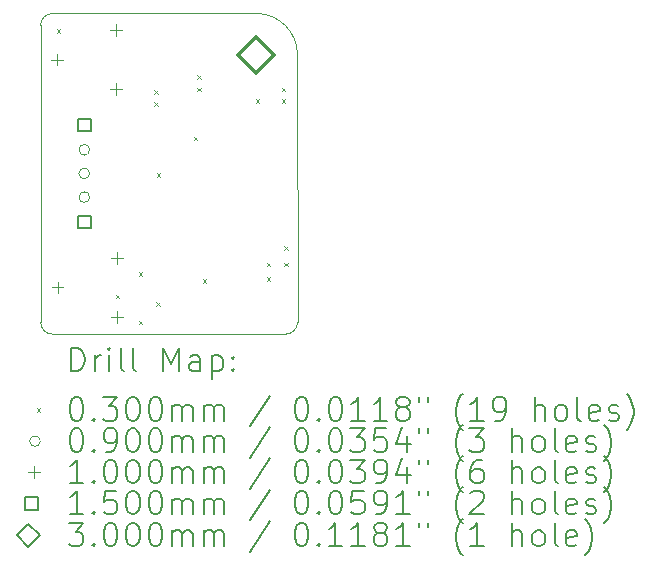
<source format=gbr>
%TF.GenerationSoftware,KiCad,Pcbnew,8.0.1*%
%TF.CreationDate,2024-07-14T02:03:27+08:00*%
%TF.ProjectId,555Sandbox,35353553-616e-4646-926f-782e6b696361,1.0.0*%
%TF.SameCoordinates,Original*%
%TF.FileFunction,Drillmap*%
%TF.FilePolarity,Positive*%
%FSLAX45Y45*%
G04 Gerber Fmt 4.5, Leading zero omitted, Abs format (unit mm)*
G04 Created by KiCad (PCBNEW 8.0.1) date 2024-07-14 02:03:27*
%MOMM*%
%LPD*%
G01*
G04 APERTURE LIST*
%ADD10C,0.050000*%
%ADD11C,0.200000*%
%ADD12C,0.100000*%
%ADD13C,0.150000*%
%ADD14C,0.300000*%
G04 APERTURE END LIST*
D10*
X9320000Y-6690000D02*
G75*
G02*
X9670000Y-7040000I0J-350000D01*
G01*
X9670708Y-9305000D02*
X9670000Y-7040000D01*
X7595708Y-9405000D02*
G75*
G02*
X7495001Y-9305005I0J100710D01*
G01*
X7495000Y-9305005D02*
X7495000Y-6790000D01*
X9670708Y-9305000D02*
G75*
G02*
X9570708Y-9405000I-100000J0D01*
G01*
X9570708Y-9405000D02*
X7595708Y-9405000D01*
X7495000Y-6790000D02*
G75*
G02*
X7595000Y-6690000I100000J0D01*
G01*
X7595000Y-6690000D02*
X9320000Y-6690000D01*
D11*
D12*
X7630000Y-6825000D02*
X7660000Y-6855000D01*
X7660000Y-6825000D02*
X7630000Y-6855000D01*
X8130000Y-9070000D02*
X8160000Y-9100000D01*
X8160000Y-9070000D02*
X8130000Y-9100000D01*
X8325000Y-8880000D02*
X8355000Y-8910000D01*
X8355000Y-8880000D02*
X8325000Y-8910000D01*
X8325000Y-9290000D02*
X8355000Y-9320000D01*
X8355000Y-9290000D02*
X8325000Y-9320000D01*
X8455000Y-7340000D02*
X8485000Y-7370000D01*
X8485000Y-7340000D02*
X8455000Y-7370000D01*
X8455000Y-7440000D02*
X8485000Y-7470000D01*
X8485000Y-7440000D02*
X8455000Y-7470000D01*
X8475000Y-9135000D02*
X8505000Y-9165000D01*
X8505000Y-9135000D02*
X8475000Y-9165000D01*
X8480000Y-8045000D02*
X8510000Y-8075000D01*
X8510000Y-8045000D02*
X8480000Y-8075000D01*
X8790000Y-7735000D02*
X8820000Y-7765000D01*
X8820000Y-7735000D02*
X8790000Y-7765000D01*
X8820000Y-7215000D02*
X8850000Y-7245000D01*
X8850000Y-7215000D02*
X8820000Y-7245000D01*
X8820000Y-7320000D02*
X8850000Y-7350000D01*
X8850000Y-7320000D02*
X8820000Y-7350000D01*
X8867500Y-8940000D02*
X8897500Y-8970000D01*
X8897500Y-8940000D02*
X8867500Y-8970000D01*
X9315000Y-7415000D02*
X9345000Y-7445000D01*
X9345000Y-7415000D02*
X9315000Y-7445000D01*
X9410000Y-8800000D02*
X9440000Y-8830000D01*
X9440000Y-8800000D02*
X9410000Y-8830000D01*
X9410000Y-8925000D02*
X9440000Y-8955000D01*
X9440000Y-8925000D02*
X9410000Y-8955000D01*
X9535000Y-7320000D02*
X9565000Y-7350000D01*
X9565000Y-7320000D02*
X9535000Y-7350000D01*
X9535000Y-7415000D02*
X9565000Y-7445000D01*
X9565000Y-7415000D02*
X9535000Y-7445000D01*
X9560000Y-8660000D02*
X9590000Y-8690000D01*
X9590000Y-8660000D02*
X9560000Y-8690000D01*
X9560000Y-8800000D02*
X9590000Y-8830000D01*
X9590000Y-8800000D02*
X9560000Y-8830000D01*
X7910000Y-7845000D02*
G75*
G02*
X7820000Y-7845000I-45000J0D01*
G01*
X7820000Y-7845000D02*
G75*
G02*
X7910000Y-7845000I45000J0D01*
G01*
X7910000Y-8045000D02*
G75*
G02*
X7820000Y-8045000I-45000J0D01*
G01*
X7820000Y-8045000D02*
G75*
G02*
X7910000Y-8045000I45000J0D01*
G01*
X7910000Y-8245000D02*
G75*
G02*
X7820000Y-8245000I-45000J0D01*
G01*
X7820000Y-8245000D02*
G75*
G02*
X7910000Y-8245000I45000J0D01*
G01*
X7635000Y-7030000D02*
X7635000Y-7130000D01*
X7585000Y-7080000D02*
X7685000Y-7080000D01*
X7639000Y-8960000D02*
X7639000Y-9060000D01*
X7589000Y-9010000D02*
X7689000Y-9010000D01*
X8135000Y-6780000D02*
X8135000Y-6880000D01*
X8085000Y-6830000D02*
X8185000Y-6830000D01*
X8135000Y-7280000D02*
X8135000Y-7380000D01*
X8085000Y-7330000D02*
X8185000Y-7330000D01*
X8139000Y-8710000D02*
X8139000Y-8810000D01*
X8089000Y-8760000D02*
X8189000Y-8760000D01*
X8139000Y-9210000D02*
X8139000Y-9310000D01*
X8089000Y-9260000D02*
X8189000Y-9260000D01*
D13*
X7918033Y-7688033D02*
X7918033Y-7581966D01*
X7811966Y-7581966D01*
X7811966Y-7688033D01*
X7918033Y-7688033D01*
X7918033Y-8508034D02*
X7918033Y-8401967D01*
X7811966Y-8401967D01*
X7811966Y-8508034D01*
X7918033Y-8508034D01*
D14*
X9317500Y-7192500D02*
X9467500Y-7042500D01*
X9317500Y-6892500D01*
X9167500Y-7042500D01*
X9317500Y-7192500D01*
D11*
X7753277Y-9718984D02*
X7753277Y-9518984D01*
X7753277Y-9518984D02*
X7800896Y-9518984D01*
X7800896Y-9518984D02*
X7829467Y-9528508D01*
X7829467Y-9528508D02*
X7848515Y-9547555D01*
X7848515Y-9547555D02*
X7858039Y-9566603D01*
X7858039Y-9566603D02*
X7867562Y-9604698D01*
X7867562Y-9604698D02*
X7867562Y-9633270D01*
X7867562Y-9633270D02*
X7858039Y-9671365D01*
X7858039Y-9671365D02*
X7848515Y-9690412D01*
X7848515Y-9690412D02*
X7829467Y-9709460D01*
X7829467Y-9709460D02*
X7800896Y-9718984D01*
X7800896Y-9718984D02*
X7753277Y-9718984D01*
X7953277Y-9718984D02*
X7953277Y-9585650D01*
X7953277Y-9623746D02*
X7962801Y-9604698D01*
X7962801Y-9604698D02*
X7972324Y-9595174D01*
X7972324Y-9595174D02*
X7991372Y-9585650D01*
X7991372Y-9585650D02*
X8010420Y-9585650D01*
X8077086Y-9718984D02*
X8077086Y-9585650D01*
X8077086Y-9518984D02*
X8067562Y-9528508D01*
X8067562Y-9528508D02*
X8077086Y-9538031D01*
X8077086Y-9538031D02*
X8086610Y-9528508D01*
X8086610Y-9528508D02*
X8077086Y-9518984D01*
X8077086Y-9518984D02*
X8077086Y-9538031D01*
X8200896Y-9718984D02*
X8181848Y-9709460D01*
X8181848Y-9709460D02*
X8172324Y-9690412D01*
X8172324Y-9690412D02*
X8172324Y-9518984D01*
X8305658Y-9718984D02*
X8286610Y-9709460D01*
X8286610Y-9709460D02*
X8277086Y-9690412D01*
X8277086Y-9690412D02*
X8277086Y-9518984D01*
X8534229Y-9718984D02*
X8534229Y-9518984D01*
X8534229Y-9518984D02*
X8600896Y-9661841D01*
X8600896Y-9661841D02*
X8667563Y-9518984D01*
X8667563Y-9518984D02*
X8667563Y-9718984D01*
X8848515Y-9718984D02*
X8848515Y-9614222D01*
X8848515Y-9614222D02*
X8838991Y-9595174D01*
X8838991Y-9595174D02*
X8819944Y-9585650D01*
X8819944Y-9585650D02*
X8781848Y-9585650D01*
X8781848Y-9585650D02*
X8762801Y-9595174D01*
X8848515Y-9709460D02*
X8829467Y-9718984D01*
X8829467Y-9718984D02*
X8781848Y-9718984D01*
X8781848Y-9718984D02*
X8762801Y-9709460D01*
X8762801Y-9709460D02*
X8753277Y-9690412D01*
X8753277Y-9690412D02*
X8753277Y-9671365D01*
X8753277Y-9671365D02*
X8762801Y-9652317D01*
X8762801Y-9652317D02*
X8781848Y-9642793D01*
X8781848Y-9642793D02*
X8829467Y-9642793D01*
X8829467Y-9642793D02*
X8848515Y-9633270D01*
X8943753Y-9585650D02*
X8943753Y-9785650D01*
X8943753Y-9595174D02*
X8962801Y-9585650D01*
X8962801Y-9585650D02*
X9000896Y-9585650D01*
X9000896Y-9585650D02*
X9019944Y-9595174D01*
X9019944Y-9595174D02*
X9029467Y-9604698D01*
X9029467Y-9604698D02*
X9038991Y-9623746D01*
X9038991Y-9623746D02*
X9038991Y-9680889D01*
X9038991Y-9680889D02*
X9029467Y-9699936D01*
X9029467Y-9699936D02*
X9019944Y-9709460D01*
X9019944Y-9709460D02*
X9000896Y-9718984D01*
X9000896Y-9718984D02*
X8962801Y-9718984D01*
X8962801Y-9718984D02*
X8943753Y-9709460D01*
X9124705Y-9699936D02*
X9134229Y-9709460D01*
X9134229Y-9709460D02*
X9124705Y-9718984D01*
X9124705Y-9718984D02*
X9115182Y-9709460D01*
X9115182Y-9709460D02*
X9124705Y-9699936D01*
X9124705Y-9699936D02*
X9124705Y-9718984D01*
X9124705Y-9595174D02*
X9134229Y-9604698D01*
X9134229Y-9604698D02*
X9124705Y-9614222D01*
X9124705Y-9614222D02*
X9115182Y-9604698D01*
X9115182Y-9604698D02*
X9124705Y-9595174D01*
X9124705Y-9595174D02*
X9124705Y-9614222D01*
D12*
X7462500Y-10032500D02*
X7492500Y-10062500D01*
X7492500Y-10032500D02*
X7462500Y-10062500D01*
D11*
X7791372Y-9938984D02*
X7810420Y-9938984D01*
X7810420Y-9938984D02*
X7829467Y-9948508D01*
X7829467Y-9948508D02*
X7838991Y-9958031D01*
X7838991Y-9958031D02*
X7848515Y-9977079D01*
X7848515Y-9977079D02*
X7858039Y-10015174D01*
X7858039Y-10015174D02*
X7858039Y-10062793D01*
X7858039Y-10062793D02*
X7848515Y-10100889D01*
X7848515Y-10100889D02*
X7838991Y-10119936D01*
X7838991Y-10119936D02*
X7829467Y-10129460D01*
X7829467Y-10129460D02*
X7810420Y-10138984D01*
X7810420Y-10138984D02*
X7791372Y-10138984D01*
X7791372Y-10138984D02*
X7772324Y-10129460D01*
X7772324Y-10129460D02*
X7762801Y-10119936D01*
X7762801Y-10119936D02*
X7753277Y-10100889D01*
X7753277Y-10100889D02*
X7743753Y-10062793D01*
X7743753Y-10062793D02*
X7743753Y-10015174D01*
X7743753Y-10015174D02*
X7753277Y-9977079D01*
X7753277Y-9977079D02*
X7762801Y-9958031D01*
X7762801Y-9958031D02*
X7772324Y-9948508D01*
X7772324Y-9948508D02*
X7791372Y-9938984D01*
X7943753Y-10119936D02*
X7953277Y-10129460D01*
X7953277Y-10129460D02*
X7943753Y-10138984D01*
X7943753Y-10138984D02*
X7934229Y-10129460D01*
X7934229Y-10129460D02*
X7943753Y-10119936D01*
X7943753Y-10119936D02*
X7943753Y-10138984D01*
X8019943Y-9938984D02*
X8143753Y-9938984D01*
X8143753Y-9938984D02*
X8077086Y-10015174D01*
X8077086Y-10015174D02*
X8105658Y-10015174D01*
X8105658Y-10015174D02*
X8124705Y-10024698D01*
X8124705Y-10024698D02*
X8134229Y-10034222D01*
X8134229Y-10034222D02*
X8143753Y-10053270D01*
X8143753Y-10053270D02*
X8143753Y-10100889D01*
X8143753Y-10100889D02*
X8134229Y-10119936D01*
X8134229Y-10119936D02*
X8124705Y-10129460D01*
X8124705Y-10129460D02*
X8105658Y-10138984D01*
X8105658Y-10138984D02*
X8048515Y-10138984D01*
X8048515Y-10138984D02*
X8029467Y-10129460D01*
X8029467Y-10129460D02*
X8019943Y-10119936D01*
X8267562Y-9938984D02*
X8286610Y-9938984D01*
X8286610Y-9938984D02*
X8305658Y-9948508D01*
X8305658Y-9948508D02*
X8315182Y-9958031D01*
X8315182Y-9958031D02*
X8324705Y-9977079D01*
X8324705Y-9977079D02*
X8334229Y-10015174D01*
X8334229Y-10015174D02*
X8334229Y-10062793D01*
X8334229Y-10062793D02*
X8324705Y-10100889D01*
X8324705Y-10100889D02*
X8315182Y-10119936D01*
X8315182Y-10119936D02*
X8305658Y-10129460D01*
X8305658Y-10129460D02*
X8286610Y-10138984D01*
X8286610Y-10138984D02*
X8267562Y-10138984D01*
X8267562Y-10138984D02*
X8248515Y-10129460D01*
X8248515Y-10129460D02*
X8238991Y-10119936D01*
X8238991Y-10119936D02*
X8229467Y-10100889D01*
X8229467Y-10100889D02*
X8219943Y-10062793D01*
X8219943Y-10062793D02*
X8219943Y-10015174D01*
X8219943Y-10015174D02*
X8229467Y-9977079D01*
X8229467Y-9977079D02*
X8238991Y-9958031D01*
X8238991Y-9958031D02*
X8248515Y-9948508D01*
X8248515Y-9948508D02*
X8267562Y-9938984D01*
X8458039Y-9938984D02*
X8477086Y-9938984D01*
X8477086Y-9938984D02*
X8496134Y-9948508D01*
X8496134Y-9948508D02*
X8505658Y-9958031D01*
X8505658Y-9958031D02*
X8515182Y-9977079D01*
X8515182Y-9977079D02*
X8524705Y-10015174D01*
X8524705Y-10015174D02*
X8524705Y-10062793D01*
X8524705Y-10062793D02*
X8515182Y-10100889D01*
X8515182Y-10100889D02*
X8505658Y-10119936D01*
X8505658Y-10119936D02*
X8496134Y-10129460D01*
X8496134Y-10129460D02*
X8477086Y-10138984D01*
X8477086Y-10138984D02*
X8458039Y-10138984D01*
X8458039Y-10138984D02*
X8438991Y-10129460D01*
X8438991Y-10129460D02*
X8429467Y-10119936D01*
X8429467Y-10119936D02*
X8419944Y-10100889D01*
X8419944Y-10100889D02*
X8410420Y-10062793D01*
X8410420Y-10062793D02*
X8410420Y-10015174D01*
X8410420Y-10015174D02*
X8419944Y-9977079D01*
X8419944Y-9977079D02*
X8429467Y-9958031D01*
X8429467Y-9958031D02*
X8438991Y-9948508D01*
X8438991Y-9948508D02*
X8458039Y-9938984D01*
X8610420Y-10138984D02*
X8610420Y-10005650D01*
X8610420Y-10024698D02*
X8619944Y-10015174D01*
X8619944Y-10015174D02*
X8638991Y-10005650D01*
X8638991Y-10005650D02*
X8667563Y-10005650D01*
X8667563Y-10005650D02*
X8686610Y-10015174D01*
X8686610Y-10015174D02*
X8696134Y-10034222D01*
X8696134Y-10034222D02*
X8696134Y-10138984D01*
X8696134Y-10034222D02*
X8705658Y-10015174D01*
X8705658Y-10015174D02*
X8724705Y-10005650D01*
X8724705Y-10005650D02*
X8753277Y-10005650D01*
X8753277Y-10005650D02*
X8772325Y-10015174D01*
X8772325Y-10015174D02*
X8781848Y-10034222D01*
X8781848Y-10034222D02*
X8781848Y-10138984D01*
X8877086Y-10138984D02*
X8877086Y-10005650D01*
X8877086Y-10024698D02*
X8886610Y-10015174D01*
X8886610Y-10015174D02*
X8905658Y-10005650D01*
X8905658Y-10005650D02*
X8934229Y-10005650D01*
X8934229Y-10005650D02*
X8953277Y-10015174D01*
X8953277Y-10015174D02*
X8962801Y-10034222D01*
X8962801Y-10034222D02*
X8962801Y-10138984D01*
X8962801Y-10034222D02*
X8972325Y-10015174D01*
X8972325Y-10015174D02*
X8991372Y-10005650D01*
X8991372Y-10005650D02*
X9019944Y-10005650D01*
X9019944Y-10005650D02*
X9038991Y-10015174D01*
X9038991Y-10015174D02*
X9048515Y-10034222D01*
X9048515Y-10034222D02*
X9048515Y-10138984D01*
X9438991Y-9929460D02*
X9267563Y-10186603D01*
X9696134Y-9938984D02*
X9715182Y-9938984D01*
X9715182Y-9938984D02*
X9734229Y-9948508D01*
X9734229Y-9948508D02*
X9743753Y-9958031D01*
X9743753Y-9958031D02*
X9753277Y-9977079D01*
X9753277Y-9977079D02*
X9762801Y-10015174D01*
X9762801Y-10015174D02*
X9762801Y-10062793D01*
X9762801Y-10062793D02*
X9753277Y-10100889D01*
X9753277Y-10100889D02*
X9743753Y-10119936D01*
X9743753Y-10119936D02*
X9734229Y-10129460D01*
X9734229Y-10129460D02*
X9715182Y-10138984D01*
X9715182Y-10138984D02*
X9696134Y-10138984D01*
X9696134Y-10138984D02*
X9677087Y-10129460D01*
X9677087Y-10129460D02*
X9667563Y-10119936D01*
X9667563Y-10119936D02*
X9658039Y-10100889D01*
X9658039Y-10100889D02*
X9648515Y-10062793D01*
X9648515Y-10062793D02*
X9648515Y-10015174D01*
X9648515Y-10015174D02*
X9658039Y-9977079D01*
X9658039Y-9977079D02*
X9667563Y-9958031D01*
X9667563Y-9958031D02*
X9677087Y-9948508D01*
X9677087Y-9948508D02*
X9696134Y-9938984D01*
X9848515Y-10119936D02*
X9858039Y-10129460D01*
X9858039Y-10129460D02*
X9848515Y-10138984D01*
X9848515Y-10138984D02*
X9838991Y-10129460D01*
X9838991Y-10129460D02*
X9848515Y-10119936D01*
X9848515Y-10119936D02*
X9848515Y-10138984D01*
X9981848Y-9938984D02*
X10000896Y-9938984D01*
X10000896Y-9938984D02*
X10019944Y-9948508D01*
X10019944Y-9948508D02*
X10029468Y-9958031D01*
X10029468Y-9958031D02*
X10038991Y-9977079D01*
X10038991Y-9977079D02*
X10048515Y-10015174D01*
X10048515Y-10015174D02*
X10048515Y-10062793D01*
X10048515Y-10062793D02*
X10038991Y-10100889D01*
X10038991Y-10100889D02*
X10029468Y-10119936D01*
X10029468Y-10119936D02*
X10019944Y-10129460D01*
X10019944Y-10129460D02*
X10000896Y-10138984D01*
X10000896Y-10138984D02*
X9981848Y-10138984D01*
X9981848Y-10138984D02*
X9962801Y-10129460D01*
X9962801Y-10129460D02*
X9953277Y-10119936D01*
X9953277Y-10119936D02*
X9943753Y-10100889D01*
X9943753Y-10100889D02*
X9934229Y-10062793D01*
X9934229Y-10062793D02*
X9934229Y-10015174D01*
X9934229Y-10015174D02*
X9943753Y-9977079D01*
X9943753Y-9977079D02*
X9953277Y-9958031D01*
X9953277Y-9958031D02*
X9962801Y-9948508D01*
X9962801Y-9948508D02*
X9981848Y-9938984D01*
X10238991Y-10138984D02*
X10124706Y-10138984D01*
X10181848Y-10138984D02*
X10181848Y-9938984D01*
X10181848Y-9938984D02*
X10162801Y-9967555D01*
X10162801Y-9967555D02*
X10143753Y-9986603D01*
X10143753Y-9986603D02*
X10124706Y-9996127D01*
X10429468Y-10138984D02*
X10315182Y-10138984D01*
X10372325Y-10138984D02*
X10372325Y-9938984D01*
X10372325Y-9938984D02*
X10353277Y-9967555D01*
X10353277Y-9967555D02*
X10334229Y-9986603D01*
X10334229Y-9986603D02*
X10315182Y-9996127D01*
X10543753Y-10024698D02*
X10524706Y-10015174D01*
X10524706Y-10015174D02*
X10515182Y-10005650D01*
X10515182Y-10005650D02*
X10505658Y-9986603D01*
X10505658Y-9986603D02*
X10505658Y-9977079D01*
X10505658Y-9977079D02*
X10515182Y-9958031D01*
X10515182Y-9958031D02*
X10524706Y-9948508D01*
X10524706Y-9948508D02*
X10543753Y-9938984D01*
X10543753Y-9938984D02*
X10581849Y-9938984D01*
X10581849Y-9938984D02*
X10600896Y-9948508D01*
X10600896Y-9948508D02*
X10610420Y-9958031D01*
X10610420Y-9958031D02*
X10619944Y-9977079D01*
X10619944Y-9977079D02*
X10619944Y-9986603D01*
X10619944Y-9986603D02*
X10610420Y-10005650D01*
X10610420Y-10005650D02*
X10600896Y-10015174D01*
X10600896Y-10015174D02*
X10581849Y-10024698D01*
X10581849Y-10024698D02*
X10543753Y-10024698D01*
X10543753Y-10024698D02*
X10524706Y-10034222D01*
X10524706Y-10034222D02*
X10515182Y-10043746D01*
X10515182Y-10043746D02*
X10505658Y-10062793D01*
X10505658Y-10062793D02*
X10505658Y-10100889D01*
X10505658Y-10100889D02*
X10515182Y-10119936D01*
X10515182Y-10119936D02*
X10524706Y-10129460D01*
X10524706Y-10129460D02*
X10543753Y-10138984D01*
X10543753Y-10138984D02*
X10581849Y-10138984D01*
X10581849Y-10138984D02*
X10600896Y-10129460D01*
X10600896Y-10129460D02*
X10610420Y-10119936D01*
X10610420Y-10119936D02*
X10619944Y-10100889D01*
X10619944Y-10100889D02*
X10619944Y-10062793D01*
X10619944Y-10062793D02*
X10610420Y-10043746D01*
X10610420Y-10043746D02*
X10600896Y-10034222D01*
X10600896Y-10034222D02*
X10581849Y-10024698D01*
X10696134Y-9938984D02*
X10696134Y-9977079D01*
X10772325Y-9938984D02*
X10772325Y-9977079D01*
X11067563Y-10215174D02*
X11058039Y-10205650D01*
X11058039Y-10205650D02*
X11038991Y-10177079D01*
X11038991Y-10177079D02*
X11029468Y-10158031D01*
X11029468Y-10158031D02*
X11019944Y-10129460D01*
X11019944Y-10129460D02*
X11010420Y-10081841D01*
X11010420Y-10081841D02*
X11010420Y-10043746D01*
X11010420Y-10043746D02*
X11019944Y-9996127D01*
X11019944Y-9996127D02*
X11029468Y-9967555D01*
X11029468Y-9967555D02*
X11038991Y-9948508D01*
X11038991Y-9948508D02*
X11058039Y-9919936D01*
X11058039Y-9919936D02*
X11067563Y-9910412D01*
X11248515Y-10138984D02*
X11134230Y-10138984D01*
X11191372Y-10138984D02*
X11191372Y-9938984D01*
X11191372Y-9938984D02*
X11172325Y-9967555D01*
X11172325Y-9967555D02*
X11153277Y-9986603D01*
X11153277Y-9986603D02*
X11134230Y-9996127D01*
X11343753Y-10138984D02*
X11381848Y-10138984D01*
X11381848Y-10138984D02*
X11400896Y-10129460D01*
X11400896Y-10129460D02*
X11410420Y-10119936D01*
X11410420Y-10119936D02*
X11429468Y-10091365D01*
X11429468Y-10091365D02*
X11438991Y-10053270D01*
X11438991Y-10053270D02*
X11438991Y-9977079D01*
X11438991Y-9977079D02*
X11429468Y-9958031D01*
X11429468Y-9958031D02*
X11419944Y-9948508D01*
X11419944Y-9948508D02*
X11400896Y-9938984D01*
X11400896Y-9938984D02*
X11362801Y-9938984D01*
X11362801Y-9938984D02*
X11343753Y-9948508D01*
X11343753Y-9948508D02*
X11334229Y-9958031D01*
X11334229Y-9958031D02*
X11324706Y-9977079D01*
X11324706Y-9977079D02*
X11324706Y-10024698D01*
X11324706Y-10024698D02*
X11334229Y-10043746D01*
X11334229Y-10043746D02*
X11343753Y-10053270D01*
X11343753Y-10053270D02*
X11362801Y-10062793D01*
X11362801Y-10062793D02*
X11400896Y-10062793D01*
X11400896Y-10062793D02*
X11419944Y-10053270D01*
X11419944Y-10053270D02*
X11429468Y-10043746D01*
X11429468Y-10043746D02*
X11438991Y-10024698D01*
X11677087Y-10138984D02*
X11677087Y-9938984D01*
X11762801Y-10138984D02*
X11762801Y-10034222D01*
X11762801Y-10034222D02*
X11753277Y-10015174D01*
X11753277Y-10015174D02*
X11734230Y-10005650D01*
X11734230Y-10005650D02*
X11705658Y-10005650D01*
X11705658Y-10005650D02*
X11686610Y-10015174D01*
X11686610Y-10015174D02*
X11677087Y-10024698D01*
X11886610Y-10138984D02*
X11867563Y-10129460D01*
X11867563Y-10129460D02*
X11858039Y-10119936D01*
X11858039Y-10119936D02*
X11848515Y-10100889D01*
X11848515Y-10100889D02*
X11848515Y-10043746D01*
X11848515Y-10043746D02*
X11858039Y-10024698D01*
X11858039Y-10024698D02*
X11867563Y-10015174D01*
X11867563Y-10015174D02*
X11886610Y-10005650D01*
X11886610Y-10005650D02*
X11915182Y-10005650D01*
X11915182Y-10005650D02*
X11934230Y-10015174D01*
X11934230Y-10015174D02*
X11943753Y-10024698D01*
X11943753Y-10024698D02*
X11953277Y-10043746D01*
X11953277Y-10043746D02*
X11953277Y-10100889D01*
X11953277Y-10100889D02*
X11943753Y-10119936D01*
X11943753Y-10119936D02*
X11934230Y-10129460D01*
X11934230Y-10129460D02*
X11915182Y-10138984D01*
X11915182Y-10138984D02*
X11886610Y-10138984D01*
X12067563Y-10138984D02*
X12048515Y-10129460D01*
X12048515Y-10129460D02*
X12038991Y-10110412D01*
X12038991Y-10110412D02*
X12038991Y-9938984D01*
X12219944Y-10129460D02*
X12200896Y-10138984D01*
X12200896Y-10138984D02*
X12162801Y-10138984D01*
X12162801Y-10138984D02*
X12143753Y-10129460D01*
X12143753Y-10129460D02*
X12134230Y-10110412D01*
X12134230Y-10110412D02*
X12134230Y-10034222D01*
X12134230Y-10034222D02*
X12143753Y-10015174D01*
X12143753Y-10015174D02*
X12162801Y-10005650D01*
X12162801Y-10005650D02*
X12200896Y-10005650D01*
X12200896Y-10005650D02*
X12219944Y-10015174D01*
X12219944Y-10015174D02*
X12229468Y-10034222D01*
X12229468Y-10034222D02*
X12229468Y-10053270D01*
X12229468Y-10053270D02*
X12134230Y-10072317D01*
X12305658Y-10129460D02*
X12324706Y-10138984D01*
X12324706Y-10138984D02*
X12362801Y-10138984D01*
X12362801Y-10138984D02*
X12381849Y-10129460D01*
X12381849Y-10129460D02*
X12391372Y-10110412D01*
X12391372Y-10110412D02*
X12391372Y-10100889D01*
X12391372Y-10100889D02*
X12381849Y-10081841D01*
X12381849Y-10081841D02*
X12362801Y-10072317D01*
X12362801Y-10072317D02*
X12334230Y-10072317D01*
X12334230Y-10072317D02*
X12315182Y-10062793D01*
X12315182Y-10062793D02*
X12305658Y-10043746D01*
X12305658Y-10043746D02*
X12305658Y-10034222D01*
X12305658Y-10034222D02*
X12315182Y-10015174D01*
X12315182Y-10015174D02*
X12334230Y-10005650D01*
X12334230Y-10005650D02*
X12362801Y-10005650D01*
X12362801Y-10005650D02*
X12381849Y-10015174D01*
X12458039Y-10215174D02*
X12467563Y-10205650D01*
X12467563Y-10205650D02*
X12486611Y-10177079D01*
X12486611Y-10177079D02*
X12496134Y-10158031D01*
X12496134Y-10158031D02*
X12505658Y-10129460D01*
X12505658Y-10129460D02*
X12515182Y-10081841D01*
X12515182Y-10081841D02*
X12515182Y-10043746D01*
X12515182Y-10043746D02*
X12505658Y-9996127D01*
X12505658Y-9996127D02*
X12496134Y-9967555D01*
X12496134Y-9967555D02*
X12486611Y-9948508D01*
X12486611Y-9948508D02*
X12467563Y-9919936D01*
X12467563Y-9919936D02*
X12458039Y-9910412D01*
D12*
X7492500Y-10311500D02*
G75*
G02*
X7402500Y-10311500I-45000J0D01*
G01*
X7402500Y-10311500D02*
G75*
G02*
X7492500Y-10311500I45000J0D01*
G01*
D11*
X7791372Y-10202984D02*
X7810420Y-10202984D01*
X7810420Y-10202984D02*
X7829467Y-10212508D01*
X7829467Y-10212508D02*
X7838991Y-10222031D01*
X7838991Y-10222031D02*
X7848515Y-10241079D01*
X7848515Y-10241079D02*
X7858039Y-10279174D01*
X7858039Y-10279174D02*
X7858039Y-10326793D01*
X7858039Y-10326793D02*
X7848515Y-10364889D01*
X7848515Y-10364889D02*
X7838991Y-10383936D01*
X7838991Y-10383936D02*
X7829467Y-10393460D01*
X7829467Y-10393460D02*
X7810420Y-10402984D01*
X7810420Y-10402984D02*
X7791372Y-10402984D01*
X7791372Y-10402984D02*
X7772324Y-10393460D01*
X7772324Y-10393460D02*
X7762801Y-10383936D01*
X7762801Y-10383936D02*
X7753277Y-10364889D01*
X7753277Y-10364889D02*
X7743753Y-10326793D01*
X7743753Y-10326793D02*
X7743753Y-10279174D01*
X7743753Y-10279174D02*
X7753277Y-10241079D01*
X7753277Y-10241079D02*
X7762801Y-10222031D01*
X7762801Y-10222031D02*
X7772324Y-10212508D01*
X7772324Y-10212508D02*
X7791372Y-10202984D01*
X7943753Y-10383936D02*
X7953277Y-10393460D01*
X7953277Y-10393460D02*
X7943753Y-10402984D01*
X7943753Y-10402984D02*
X7934229Y-10393460D01*
X7934229Y-10393460D02*
X7943753Y-10383936D01*
X7943753Y-10383936D02*
X7943753Y-10402984D01*
X8048515Y-10402984D02*
X8086610Y-10402984D01*
X8086610Y-10402984D02*
X8105658Y-10393460D01*
X8105658Y-10393460D02*
X8115182Y-10383936D01*
X8115182Y-10383936D02*
X8134229Y-10355365D01*
X8134229Y-10355365D02*
X8143753Y-10317270D01*
X8143753Y-10317270D02*
X8143753Y-10241079D01*
X8143753Y-10241079D02*
X8134229Y-10222031D01*
X8134229Y-10222031D02*
X8124705Y-10212508D01*
X8124705Y-10212508D02*
X8105658Y-10202984D01*
X8105658Y-10202984D02*
X8067562Y-10202984D01*
X8067562Y-10202984D02*
X8048515Y-10212508D01*
X8048515Y-10212508D02*
X8038991Y-10222031D01*
X8038991Y-10222031D02*
X8029467Y-10241079D01*
X8029467Y-10241079D02*
X8029467Y-10288698D01*
X8029467Y-10288698D02*
X8038991Y-10307746D01*
X8038991Y-10307746D02*
X8048515Y-10317270D01*
X8048515Y-10317270D02*
X8067562Y-10326793D01*
X8067562Y-10326793D02*
X8105658Y-10326793D01*
X8105658Y-10326793D02*
X8124705Y-10317270D01*
X8124705Y-10317270D02*
X8134229Y-10307746D01*
X8134229Y-10307746D02*
X8143753Y-10288698D01*
X8267562Y-10202984D02*
X8286610Y-10202984D01*
X8286610Y-10202984D02*
X8305658Y-10212508D01*
X8305658Y-10212508D02*
X8315182Y-10222031D01*
X8315182Y-10222031D02*
X8324705Y-10241079D01*
X8324705Y-10241079D02*
X8334229Y-10279174D01*
X8334229Y-10279174D02*
X8334229Y-10326793D01*
X8334229Y-10326793D02*
X8324705Y-10364889D01*
X8324705Y-10364889D02*
X8315182Y-10383936D01*
X8315182Y-10383936D02*
X8305658Y-10393460D01*
X8305658Y-10393460D02*
X8286610Y-10402984D01*
X8286610Y-10402984D02*
X8267562Y-10402984D01*
X8267562Y-10402984D02*
X8248515Y-10393460D01*
X8248515Y-10393460D02*
X8238991Y-10383936D01*
X8238991Y-10383936D02*
X8229467Y-10364889D01*
X8229467Y-10364889D02*
X8219943Y-10326793D01*
X8219943Y-10326793D02*
X8219943Y-10279174D01*
X8219943Y-10279174D02*
X8229467Y-10241079D01*
X8229467Y-10241079D02*
X8238991Y-10222031D01*
X8238991Y-10222031D02*
X8248515Y-10212508D01*
X8248515Y-10212508D02*
X8267562Y-10202984D01*
X8458039Y-10202984D02*
X8477086Y-10202984D01*
X8477086Y-10202984D02*
X8496134Y-10212508D01*
X8496134Y-10212508D02*
X8505658Y-10222031D01*
X8505658Y-10222031D02*
X8515182Y-10241079D01*
X8515182Y-10241079D02*
X8524705Y-10279174D01*
X8524705Y-10279174D02*
X8524705Y-10326793D01*
X8524705Y-10326793D02*
X8515182Y-10364889D01*
X8515182Y-10364889D02*
X8505658Y-10383936D01*
X8505658Y-10383936D02*
X8496134Y-10393460D01*
X8496134Y-10393460D02*
X8477086Y-10402984D01*
X8477086Y-10402984D02*
X8458039Y-10402984D01*
X8458039Y-10402984D02*
X8438991Y-10393460D01*
X8438991Y-10393460D02*
X8429467Y-10383936D01*
X8429467Y-10383936D02*
X8419944Y-10364889D01*
X8419944Y-10364889D02*
X8410420Y-10326793D01*
X8410420Y-10326793D02*
X8410420Y-10279174D01*
X8410420Y-10279174D02*
X8419944Y-10241079D01*
X8419944Y-10241079D02*
X8429467Y-10222031D01*
X8429467Y-10222031D02*
X8438991Y-10212508D01*
X8438991Y-10212508D02*
X8458039Y-10202984D01*
X8610420Y-10402984D02*
X8610420Y-10269650D01*
X8610420Y-10288698D02*
X8619944Y-10279174D01*
X8619944Y-10279174D02*
X8638991Y-10269650D01*
X8638991Y-10269650D02*
X8667563Y-10269650D01*
X8667563Y-10269650D02*
X8686610Y-10279174D01*
X8686610Y-10279174D02*
X8696134Y-10298222D01*
X8696134Y-10298222D02*
X8696134Y-10402984D01*
X8696134Y-10298222D02*
X8705658Y-10279174D01*
X8705658Y-10279174D02*
X8724705Y-10269650D01*
X8724705Y-10269650D02*
X8753277Y-10269650D01*
X8753277Y-10269650D02*
X8772325Y-10279174D01*
X8772325Y-10279174D02*
X8781848Y-10298222D01*
X8781848Y-10298222D02*
X8781848Y-10402984D01*
X8877086Y-10402984D02*
X8877086Y-10269650D01*
X8877086Y-10288698D02*
X8886610Y-10279174D01*
X8886610Y-10279174D02*
X8905658Y-10269650D01*
X8905658Y-10269650D02*
X8934229Y-10269650D01*
X8934229Y-10269650D02*
X8953277Y-10279174D01*
X8953277Y-10279174D02*
X8962801Y-10298222D01*
X8962801Y-10298222D02*
X8962801Y-10402984D01*
X8962801Y-10298222D02*
X8972325Y-10279174D01*
X8972325Y-10279174D02*
X8991372Y-10269650D01*
X8991372Y-10269650D02*
X9019944Y-10269650D01*
X9019944Y-10269650D02*
X9038991Y-10279174D01*
X9038991Y-10279174D02*
X9048515Y-10298222D01*
X9048515Y-10298222D02*
X9048515Y-10402984D01*
X9438991Y-10193460D02*
X9267563Y-10450603D01*
X9696134Y-10202984D02*
X9715182Y-10202984D01*
X9715182Y-10202984D02*
X9734229Y-10212508D01*
X9734229Y-10212508D02*
X9743753Y-10222031D01*
X9743753Y-10222031D02*
X9753277Y-10241079D01*
X9753277Y-10241079D02*
X9762801Y-10279174D01*
X9762801Y-10279174D02*
X9762801Y-10326793D01*
X9762801Y-10326793D02*
X9753277Y-10364889D01*
X9753277Y-10364889D02*
X9743753Y-10383936D01*
X9743753Y-10383936D02*
X9734229Y-10393460D01*
X9734229Y-10393460D02*
X9715182Y-10402984D01*
X9715182Y-10402984D02*
X9696134Y-10402984D01*
X9696134Y-10402984D02*
X9677087Y-10393460D01*
X9677087Y-10393460D02*
X9667563Y-10383936D01*
X9667563Y-10383936D02*
X9658039Y-10364889D01*
X9658039Y-10364889D02*
X9648515Y-10326793D01*
X9648515Y-10326793D02*
X9648515Y-10279174D01*
X9648515Y-10279174D02*
X9658039Y-10241079D01*
X9658039Y-10241079D02*
X9667563Y-10222031D01*
X9667563Y-10222031D02*
X9677087Y-10212508D01*
X9677087Y-10212508D02*
X9696134Y-10202984D01*
X9848515Y-10383936D02*
X9858039Y-10393460D01*
X9858039Y-10393460D02*
X9848515Y-10402984D01*
X9848515Y-10402984D02*
X9838991Y-10393460D01*
X9838991Y-10393460D02*
X9848515Y-10383936D01*
X9848515Y-10383936D02*
X9848515Y-10402984D01*
X9981848Y-10202984D02*
X10000896Y-10202984D01*
X10000896Y-10202984D02*
X10019944Y-10212508D01*
X10019944Y-10212508D02*
X10029468Y-10222031D01*
X10029468Y-10222031D02*
X10038991Y-10241079D01*
X10038991Y-10241079D02*
X10048515Y-10279174D01*
X10048515Y-10279174D02*
X10048515Y-10326793D01*
X10048515Y-10326793D02*
X10038991Y-10364889D01*
X10038991Y-10364889D02*
X10029468Y-10383936D01*
X10029468Y-10383936D02*
X10019944Y-10393460D01*
X10019944Y-10393460D02*
X10000896Y-10402984D01*
X10000896Y-10402984D02*
X9981848Y-10402984D01*
X9981848Y-10402984D02*
X9962801Y-10393460D01*
X9962801Y-10393460D02*
X9953277Y-10383936D01*
X9953277Y-10383936D02*
X9943753Y-10364889D01*
X9943753Y-10364889D02*
X9934229Y-10326793D01*
X9934229Y-10326793D02*
X9934229Y-10279174D01*
X9934229Y-10279174D02*
X9943753Y-10241079D01*
X9943753Y-10241079D02*
X9953277Y-10222031D01*
X9953277Y-10222031D02*
X9962801Y-10212508D01*
X9962801Y-10212508D02*
X9981848Y-10202984D01*
X10115182Y-10202984D02*
X10238991Y-10202984D01*
X10238991Y-10202984D02*
X10172325Y-10279174D01*
X10172325Y-10279174D02*
X10200896Y-10279174D01*
X10200896Y-10279174D02*
X10219944Y-10288698D01*
X10219944Y-10288698D02*
X10229468Y-10298222D01*
X10229468Y-10298222D02*
X10238991Y-10317270D01*
X10238991Y-10317270D02*
X10238991Y-10364889D01*
X10238991Y-10364889D02*
X10229468Y-10383936D01*
X10229468Y-10383936D02*
X10219944Y-10393460D01*
X10219944Y-10393460D02*
X10200896Y-10402984D01*
X10200896Y-10402984D02*
X10143753Y-10402984D01*
X10143753Y-10402984D02*
X10124706Y-10393460D01*
X10124706Y-10393460D02*
X10115182Y-10383936D01*
X10419944Y-10202984D02*
X10324706Y-10202984D01*
X10324706Y-10202984D02*
X10315182Y-10298222D01*
X10315182Y-10298222D02*
X10324706Y-10288698D01*
X10324706Y-10288698D02*
X10343753Y-10279174D01*
X10343753Y-10279174D02*
X10391372Y-10279174D01*
X10391372Y-10279174D02*
X10410420Y-10288698D01*
X10410420Y-10288698D02*
X10419944Y-10298222D01*
X10419944Y-10298222D02*
X10429468Y-10317270D01*
X10429468Y-10317270D02*
X10429468Y-10364889D01*
X10429468Y-10364889D02*
X10419944Y-10383936D01*
X10419944Y-10383936D02*
X10410420Y-10393460D01*
X10410420Y-10393460D02*
X10391372Y-10402984D01*
X10391372Y-10402984D02*
X10343753Y-10402984D01*
X10343753Y-10402984D02*
X10324706Y-10393460D01*
X10324706Y-10393460D02*
X10315182Y-10383936D01*
X10600896Y-10269650D02*
X10600896Y-10402984D01*
X10553277Y-10193460D02*
X10505658Y-10336317D01*
X10505658Y-10336317D02*
X10629468Y-10336317D01*
X10696134Y-10202984D02*
X10696134Y-10241079D01*
X10772325Y-10202984D02*
X10772325Y-10241079D01*
X11067563Y-10479174D02*
X11058039Y-10469650D01*
X11058039Y-10469650D02*
X11038991Y-10441079D01*
X11038991Y-10441079D02*
X11029468Y-10422031D01*
X11029468Y-10422031D02*
X11019944Y-10393460D01*
X11019944Y-10393460D02*
X11010420Y-10345841D01*
X11010420Y-10345841D02*
X11010420Y-10307746D01*
X11010420Y-10307746D02*
X11019944Y-10260127D01*
X11019944Y-10260127D02*
X11029468Y-10231555D01*
X11029468Y-10231555D02*
X11038991Y-10212508D01*
X11038991Y-10212508D02*
X11058039Y-10183936D01*
X11058039Y-10183936D02*
X11067563Y-10174412D01*
X11124706Y-10202984D02*
X11248515Y-10202984D01*
X11248515Y-10202984D02*
X11181849Y-10279174D01*
X11181849Y-10279174D02*
X11210420Y-10279174D01*
X11210420Y-10279174D02*
X11229468Y-10288698D01*
X11229468Y-10288698D02*
X11238991Y-10298222D01*
X11238991Y-10298222D02*
X11248515Y-10317270D01*
X11248515Y-10317270D02*
X11248515Y-10364889D01*
X11248515Y-10364889D02*
X11238991Y-10383936D01*
X11238991Y-10383936D02*
X11229468Y-10393460D01*
X11229468Y-10393460D02*
X11210420Y-10402984D01*
X11210420Y-10402984D02*
X11153277Y-10402984D01*
X11153277Y-10402984D02*
X11134230Y-10393460D01*
X11134230Y-10393460D02*
X11124706Y-10383936D01*
X11486610Y-10402984D02*
X11486610Y-10202984D01*
X11572325Y-10402984D02*
X11572325Y-10298222D01*
X11572325Y-10298222D02*
X11562801Y-10279174D01*
X11562801Y-10279174D02*
X11543753Y-10269650D01*
X11543753Y-10269650D02*
X11515182Y-10269650D01*
X11515182Y-10269650D02*
X11496134Y-10279174D01*
X11496134Y-10279174D02*
X11486610Y-10288698D01*
X11696134Y-10402984D02*
X11677087Y-10393460D01*
X11677087Y-10393460D02*
X11667563Y-10383936D01*
X11667563Y-10383936D02*
X11658039Y-10364889D01*
X11658039Y-10364889D02*
X11658039Y-10307746D01*
X11658039Y-10307746D02*
X11667563Y-10288698D01*
X11667563Y-10288698D02*
X11677087Y-10279174D01*
X11677087Y-10279174D02*
X11696134Y-10269650D01*
X11696134Y-10269650D02*
X11724706Y-10269650D01*
X11724706Y-10269650D02*
X11743753Y-10279174D01*
X11743753Y-10279174D02*
X11753277Y-10288698D01*
X11753277Y-10288698D02*
X11762801Y-10307746D01*
X11762801Y-10307746D02*
X11762801Y-10364889D01*
X11762801Y-10364889D02*
X11753277Y-10383936D01*
X11753277Y-10383936D02*
X11743753Y-10393460D01*
X11743753Y-10393460D02*
X11724706Y-10402984D01*
X11724706Y-10402984D02*
X11696134Y-10402984D01*
X11877087Y-10402984D02*
X11858039Y-10393460D01*
X11858039Y-10393460D02*
X11848515Y-10374412D01*
X11848515Y-10374412D02*
X11848515Y-10202984D01*
X12029468Y-10393460D02*
X12010420Y-10402984D01*
X12010420Y-10402984D02*
X11972325Y-10402984D01*
X11972325Y-10402984D02*
X11953277Y-10393460D01*
X11953277Y-10393460D02*
X11943753Y-10374412D01*
X11943753Y-10374412D02*
X11943753Y-10298222D01*
X11943753Y-10298222D02*
X11953277Y-10279174D01*
X11953277Y-10279174D02*
X11972325Y-10269650D01*
X11972325Y-10269650D02*
X12010420Y-10269650D01*
X12010420Y-10269650D02*
X12029468Y-10279174D01*
X12029468Y-10279174D02*
X12038991Y-10298222D01*
X12038991Y-10298222D02*
X12038991Y-10317270D01*
X12038991Y-10317270D02*
X11943753Y-10336317D01*
X12115182Y-10393460D02*
X12134230Y-10402984D01*
X12134230Y-10402984D02*
X12172325Y-10402984D01*
X12172325Y-10402984D02*
X12191372Y-10393460D01*
X12191372Y-10393460D02*
X12200896Y-10374412D01*
X12200896Y-10374412D02*
X12200896Y-10364889D01*
X12200896Y-10364889D02*
X12191372Y-10345841D01*
X12191372Y-10345841D02*
X12172325Y-10336317D01*
X12172325Y-10336317D02*
X12143753Y-10336317D01*
X12143753Y-10336317D02*
X12124706Y-10326793D01*
X12124706Y-10326793D02*
X12115182Y-10307746D01*
X12115182Y-10307746D02*
X12115182Y-10298222D01*
X12115182Y-10298222D02*
X12124706Y-10279174D01*
X12124706Y-10279174D02*
X12143753Y-10269650D01*
X12143753Y-10269650D02*
X12172325Y-10269650D01*
X12172325Y-10269650D02*
X12191372Y-10279174D01*
X12267563Y-10479174D02*
X12277087Y-10469650D01*
X12277087Y-10469650D02*
X12296134Y-10441079D01*
X12296134Y-10441079D02*
X12305658Y-10422031D01*
X12305658Y-10422031D02*
X12315182Y-10393460D01*
X12315182Y-10393460D02*
X12324706Y-10345841D01*
X12324706Y-10345841D02*
X12324706Y-10307746D01*
X12324706Y-10307746D02*
X12315182Y-10260127D01*
X12315182Y-10260127D02*
X12305658Y-10231555D01*
X12305658Y-10231555D02*
X12296134Y-10212508D01*
X12296134Y-10212508D02*
X12277087Y-10183936D01*
X12277087Y-10183936D02*
X12267563Y-10174412D01*
D12*
X7442500Y-10525500D02*
X7442500Y-10625500D01*
X7392500Y-10575500D02*
X7492500Y-10575500D01*
D11*
X7858039Y-10666984D02*
X7743753Y-10666984D01*
X7800896Y-10666984D02*
X7800896Y-10466984D01*
X7800896Y-10466984D02*
X7781848Y-10495555D01*
X7781848Y-10495555D02*
X7762801Y-10514603D01*
X7762801Y-10514603D02*
X7743753Y-10524127D01*
X7943753Y-10647936D02*
X7953277Y-10657460D01*
X7953277Y-10657460D02*
X7943753Y-10666984D01*
X7943753Y-10666984D02*
X7934229Y-10657460D01*
X7934229Y-10657460D02*
X7943753Y-10647936D01*
X7943753Y-10647936D02*
X7943753Y-10666984D01*
X8077086Y-10466984D02*
X8096134Y-10466984D01*
X8096134Y-10466984D02*
X8115182Y-10476508D01*
X8115182Y-10476508D02*
X8124705Y-10486031D01*
X8124705Y-10486031D02*
X8134229Y-10505079D01*
X8134229Y-10505079D02*
X8143753Y-10543174D01*
X8143753Y-10543174D02*
X8143753Y-10590793D01*
X8143753Y-10590793D02*
X8134229Y-10628889D01*
X8134229Y-10628889D02*
X8124705Y-10647936D01*
X8124705Y-10647936D02*
X8115182Y-10657460D01*
X8115182Y-10657460D02*
X8096134Y-10666984D01*
X8096134Y-10666984D02*
X8077086Y-10666984D01*
X8077086Y-10666984D02*
X8058039Y-10657460D01*
X8058039Y-10657460D02*
X8048515Y-10647936D01*
X8048515Y-10647936D02*
X8038991Y-10628889D01*
X8038991Y-10628889D02*
X8029467Y-10590793D01*
X8029467Y-10590793D02*
X8029467Y-10543174D01*
X8029467Y-10543174D02*
X8038991Y-10505079D01*
X8038991Y-10505079D02*
X8048515Y-10486031D01*
X8048515Y-10486031D02*
X8058039Y-10476508D01*
X8058039Y-10476508D02*
X8077086Y-10466984D01*
X8267562Y-10466984D02*
X8286610Y-10466984D01*
X8286610Y-10466984D02*
X8305658Y-10476508D01*
X8305658Y-10476508D02*
X8315182Y-10486031D01*
X8315182Y-10486031D02*
X8324705Y-10505079D01*
X8324705Y-10505079D02*
X8334229Y-10543174D01*
X8334229Y-10543174D02*
X8334229Y-10590793D01*
X8334229Y-10590793D02*
X8324705Y-10628889D01*
X8324705Y-10628889D02*
X8315182Y-10647936D01*
X8315182Y-10647936D02*
X8305658Y-10657460D01*
X8305658Y-10657460D02*
X8286610Y-10666984D01*
X8286610Y-10666984D02*
X8267562Y-10666984D01*
X8267562Y-10666984D02*
X8248515Y-10657460D01*
X8248515Y-10657460D02*
X8238991Y-10647936D01*
X8238991Y-10647936D02*
X8229467Y-10628889D01*
X8229467Y-10628889D02*
X8219943Y-10590793D01*
X8219943Y-10590793D02*
X8219943Y-10543174D01*
X8219943Y-10543174D02*
X8229467Y-10505079D01*
X8229467Y-10505079D02*
X8238991Y-10486031D01*
X8238991Y-10486031D02*
X8248515Y-10476508D01*
X8248515Y-10476508D02*
X8267562Y-10466984D01*
X8458039Y-10466984D02*
X8477086Y-10466984D01*
X8477086Y-10466984D02*
X8496134Y-10476508D01*
X8496134Y-10476508D02*
X8505658Y-10486031D01*
X8505658Y-10486031D02*
X8515182Y-10505079D01*
X8515182Y-10505079D02*
X8524705Y-10543174D01*
X8524705Y-10543174D02*
X8524705Y-10590793D01*
X8524705Y-10590793D02*
X8515182Y-10628889D01*
X8515182Y-10628889D02*
X8505658Y-10647936D01*
X8505658Y-10647936D02*
X8496134Y-10657460D01*
X8496134Y-10657460D02*
X8477086Y-10666984D01*
X8477086Y-10666984D02*
X8458039Y-10666984D01*
X8458039Y-10666984D02*
X8438991Y-10657460D01*
X8438991Y-10657460D02*
X8429467Y-10647936D01*
X8429467Y-10647936D02*
X8419944Y-10628889D01*
X8419944Y-10628889D02*
X8410420Y-10590793D01*
X8410420Y-10590793D02*
X8410420Y-10543174D01*
X8410420Y-10543174D02*
X8419944Y-10505079D01*
X8419944Y-10505079D02*
X8429467Y-10486031D01*
X8429467Y-10486031D02*
X8438991Y-10476508D01*
X8438991Y-10476508D02*
X8458039Y-10466984D01*
X8610420Y-10666984D02*
X8610420Y-10533650D01*
X8610420Y-10552698D02*
X8619944Y-10543174D01*
X8619944Y-10543174D02*
X8638991Y-10533650D01*
X8638991Y-10533650D02*
X8667563Y-10533650D01*
X8667563Y-10533650D02*
X8686610Y-10543174D01*
X8686610Y-10543174D02*
X8696134Y-10562222D01*
X8696134Y-10562222D02*
X8696134Y-10666984D01*
X8696134Y-10562222D02*
X8705658Y-10543174D01*
X8705658Y-10543174D02*
X8724705Y-10533650D01*
X8724705Y-10533650D02*
X8753277Y-10533650D01*
X8753277Y-10533650D02*
X8772325Y-10543174D01*
X8772325Y-10543174D02*
X8781848Y-10562222D01*
X8781848Y-10562222D02*
X8781848Y-10666984D01*
X8877086Y-10666984D02*
X8877086Y-10533650D01*
X8877086Y-10552698D02*
X8886610Y-10543174D01*
X8886610Y-10543174D02*
X8905658Y-10533650D01*
X8905658Y-10533650D02*
X8934229Y-10533650D01*
X8934229Y-10533650D02*
X8953277Y-10543174D01*
X8953277Y-10543174D02*
X8962801Y-10562222D01*
X8962801Y-10562222D02*
X8962801Y-10666984D01*
X8962801Y-10562222D02*
X8972325Y-10543174D01*
X8972325Y-10543174D02*
X8991372Y-10533650D01*
X8991372Y-10533650D02*
X9019944Y-10533650D01*
X9019944Y-10533650D02*
X9038991Y-10543174D01*
X9038991Y-10543174D02*
X9048515Y-10562222D01*
X9048515Y-10562222D02*
X9048515Y-10666984D01*
X9438991Y-10457460D02*
X9267563Y-10714603D01*
X9696134Y-10466984D02*
X9715182Y-10466984D01*
X9715182Y-10466984D02*
X9734229Y-10476508D01*
X9734229Y-10476508D02*
X9743753Y-10486031D01*
X9743753Y-10486031D02*
X9753277Y-10505079D01*
X9753277Y-10505079D02*
X9762801Y-10543174D01*
X9762801Y-10543174D02*
X9762801Y-10590793D01*
X9762801Y-10590793D02*
X9753277Y-10628889D01*
X9753277Y-10628889D02*
X9743753Y-10647936D01*
X9743753Y-10647936D02*
X9734229Y-10657460D01*
X9734229Y-10657460D02*
X9715182Y-10666984D01*
X9715182Y-10666984D02*
X9696134Y-10666984D01*
X9696134Y-10666984D02*
X9677087Y-10657460D01*
X9677087Y-10657460D02*
X9667563Y-10647936D01*
X9667563Y-10647936D02*
X9658039Y-10628889D01*
X9658039Y-10628889D02*
X9648515Y-10590793D01*
X9648515Y-10590793D02*
X9648515Y-10543174D01*
X9648515Y-10543174D02*
X9658039Y-10505079D01*
X9658039Y-10505079D02*
X9667563Y-10486031D01*
X9667563Y-10486031D02*
X9677087Y-10476508D01*
X9677087Y-10476508D02*
X9696134Y-10466984D01*
X9848515Y-10647936D02*
X9858039Y-10657460D01*
X9858039Y-10657460D02*
X9848515Y-10666984D01*
X9848515Y-10666984D02*
X9838991Y-10657460D01*
X9838991Y-10657460D02*
X9848515Y-10647936D01*
X9848515Y-10647936D02*
X9848515Y-10666984D01*
X9981848Y-10466984D02*
X10000896Y-10466984D01*
X10000896Y-10466984D02*
X10019944Y-10476508D01*
X10019944Y-10476508D02*
X10029468Y-10486031D01*
X10029468Y-10486031D02*
X10038991Y-10505079D01*
X10038991Y-10505079D02*
X10048515Y-10543174D01*
X10048515Y-10543174D02*
X10048515Y-10590793D01*
X10048515Y-10590793D02*
X10038991Y-10628889D01*
X10038991Y-10628889D02*
X10029468Y-10647936D01*
X10029468Y-10647936D02*
X10019944Y-10657460D01*
X10019944Y-10657460D02*
X10000896Y-10666984D01*
X10000896Y-10666984D02*
X9981848Y-10666984D01*
X9981848Y-10666984D02*
X9962801Y-10657460D01*
X9962801Y-10657460D02*
X9953277Y-10647936D01*
X9953277Y-10647936D02*
X9943753Y-10628889D01*
X9943753Y-10628889D02*
X9934229Y-10590793D01*
X9934229Y-10590793D02*
X9934229Y-10543174D01*
X9934229Y-10543174D02*
X9943753Y-10505079D01*
X9943753Y-10505079D02*
X9953277Y-10486031D01*
X9953277Y-10486031D02*
X9962801Y-10476508D01*
X9962801Y-10476508D02*
X9981848Y-10466984D01*
X10115182Y-10466984D02*
X10238991Y-10466984D01*
X10238991Y-10466984D02*
X10172325Y-10543174D01*
X10172325Y-10543174D02*
X10200896Y-10543174D01*
X10200896Y-10543174D02*
X10219944Y-10552698D01*
X10219944Y-10552698D02*
X10229468Y-10562222D01*
X10229468Y-10562222D02*
X10238991Y-10581270D01*
X10238991Y-10581270D02*
X10238991Y-10628889D01*
X10238991Y-10628889D02*
X10229468Y-10647936D01*
X10229468Y-10647936D02*
X10219944Y-10657460D01*
X10219944Y-10657460D02*
X10200896Y-10666984D01*
X10200896Y-10666984D02*
X10143753Y-10666984D01*
X10143753Y-10666984D02*
X10124706Y-10657460D01*
X10124706Y-10657460D02*
X10115182Y-10647936D01*
X10334229Y-10666984D02*
X10372325Y-10666984D01*
X10372325Y-10666984D02*
X10391372Y-10657460D01*
X10391372Y-10657460D02*
X10400896Y-10647936D01*
X10400896Y-10647936D02*
X10419944Y-10619365D01*
X10419944Y-10619365D02*
X10429468Y-10581270D01*
X10429468Y-10581270D02*
X10429468Y-10505079D01*
X10429468Y-10505079D02*
X10419944Y-10486031D01*
X10419944Y-10486031D02*
X10410420Y-10476508D01*
X10410420Y-10476508D02*
X10391372Y-10466984D01*
X10391372Y-10466984D02*
X10353277Y-10466984D01*
X10353277Y-10466984D02*
X10334229Y-10476508D01*
X10334229Y-10476508D02*
X10324706Y-10486031D01*
X10324706Y-10486031D02*
X10315182Y-10505079D01*
X10315182Y-10505079D02*
X10315182Y-10552698D01*
X10315182Y-10552698D02*
X10324706Y-10571746D01*
X10324706Y-10571746D02*
X10334229Y-10581270D01*
X10334229Y-10581270D02*
X10353277Y-10590793D01*
X10353277Y-10590793D02*
X10391372Y-10590793D01*
X10391372Y-10590793D02*
X10410420Y-10581270D01*
X10410420Y-10581270D02*
X10419944Y-10571746D01*
X10419944Y-10571746D02*
X10429468Y-10552698D01*
X10600896Y-10533650D02*
X10600896Y-10666984D01*
X10553277Y-10457460D02*
X10505658Y-10600317D01*
X10505658Y-10600317D02*
X10629468Y-10600317D01*
X10696134Y-10466984D02*
X10696134Y-10505079D01*
X10772325Y-10466984D02*
X10772325Y-10505079D01*
X11067563Y-10743174D02*
X11058039Y-10733650D01*
X11058039Y-10733650D02*
X11038991Y-10705079D01*
X11038991Y-10705079D02*
X11029468Y-10686031D01*
X11029468Y-10686031D02*
X11019944Y-10657460D01*
X11019944Y-10657460D02*
X11010420Y-10609841D01*
X11010420Y-10609841D02*
X11010420Y-10571746D01*
X11010420Y-10571746D02*
X11019944Y-10524127D01*
X11019944Y-10524127D02*
X11029468Y-10495555D01*
X11029468Y-10495555D02*
X11038991Y-10476508D01*
X11038991Y-10476508D02*
X11058039Y-10447936D01*
X11058039Y-10447936D02*
X11067563Y-10438412D01*
X11229468Y-10466984D02*
X11191372Y-10466984D01*
X11191372Y-10466984D02*
X11172325Y-10476508D01*
X11172325Y-10476508D02*
X11162801Y-10486031D01*
X11162801Y-10486031D02*
X11143753Y-10514603D01*
X11143753Y-10514603D02*
X11134230Y-10552698D01*
X11134230Y-10552698D02*
X11134230Y-10628889D01*
X11134230Y-10628889D02*
X11143753Y-10647936D01*
X11143753Y-10647936D02*
X11153277Y-10657460D01*
X11153277Y-10657460D02*
X11172325Y-10666984D01*
X11172325Y-10666984D02*
X11210420Y-10666984D01*
X11210420Y-10666984D02*
X11229468Y-10657460D01*
X11229468Y-10657460D02*
X11238991Y-10647936D01*
X11238991Y-10647936D02*
X11248515Y-10628889D01*
X11248515Y-10628889D02*
X11248515Y-10581270D01*
X11248515Y-10581270D02*
X11238991Y-10562222D01*
X11238991Y-10562222D02*
X11229468Y-10552698D01*
X11229468Y-10552698D02*
X11210420Y-10543174D01*
X11210420Y-10543174D02*
X11172325Y-10543174D01*
X11172325Y-10543174D02*
X11153277Y-10552698D01*
X11153277Y-10552698D02*
X11143753Y-10562222D01*
X11143753Y-10562222D02*
X11134230Y-10581270D01*
X11486610Y-10666984D02*
X11486610Y-10466984D01*
X11572325Y-10666984D02*
X11572325Y-10562222D01*
X11572325Y-10562222D02*
X11562801Y-10543174D01*
X11562801Y-10543174D02*
X11543753Y-10533650D01*
X11543753Y-10533650D02*
X11515182Y-10533650D01*
X11515182Y-10533650D02*
X11496134Y-10543174D01*
X11496134Y-10543174D02*
X11486610Y-10552698D01*
X11696134Y-10666984D02*
X11677087Y-10657460D01*
X11677087Y-10657460D02*
X11667563Y-10647936D01*
X11667563Y-10647936D02*
X11658039Y-10628889D01*
X11658039Y-10628889D02*
X11658039Y-10571746D01*
X11658039Y-10571746D02*
X11667563Y-10552698D01*
X11667563Y-10552698D02*
X11677087Y-10543174D01*
X11677087Y-10543174D02*
X11696134Y-10533650D01*
X11696134Y-10533650D02*
X11724706Y-10533650D01*
X11724706Y-10533650D02*
X11743753Y-10543174D01*
X11743753Y-10543174D02*
X11753277Y-10552698D01*
X11753277Y-10552698D02*
X11762801Y-10571746D01*
X11762801Y-10571746D02*
X11762801Y-10628889D01*
X11762801Y-10628889D02*
X11753277Y-10647936D01*
X11753277Y-10647936D02*
X11743753Y-10657460D01*
X11743753Y-10657460D02*
X11724706Y-10666984D01*
X11724706Y-10666984D02*
X11696134Y-10666984D01*
X11877087Y-10666984D02*
X11858039Y-10657460D01*
X11858039Y-10657460D02*
X11848515Y-10638412D01*
X11848515Y-10638412D02*
X11848515Y-10466984D01*
X12029468Y-10657460D02*
X12010420Y-10666984D01*
X12010420Y-10666984D02*
X11972325Y-10666984D01*
X11972325Y-10666984D02*
X11953277Y-10657460D01*
X11953277Y-10657460D02*
X11943753Y-10638412D01*
X11943753Y-10638412D02*
X11943753Y-10562222D01*
X11943753Y-10562222D02*
X11953277Y-10543174D01*
X11953277Y-10543174D02*
X11972325Y-10533650D01*
X11972325Y-10533650D02*
X12010420Y-10533650D01*
X12010420Y-10533650D02*
X12029468Y-10543174D01*
X12029468Y-10543174D02*
X12038991Y-10562222D01*
X12038991Y-10562222D02*
X12038991Y-10581270D01*
X12038991Y-10581270D02*
X11943753Y-10600317D01*
X12115182Y-10657460D02*
X12134230Y-10666984D01*
X12134230Y-10666984D02*
X12172325Y-10666984D01*
X12172325Y-10666984D02*
X12191372Y-10657460D01*
X12191372Y-10657460D02*
X12200896Y-10638412D01*
X12200896Y-10638412D02*
X12200896Y-10628889D01*
X12200896Y-10628889D02*
X12191372Y-10609841D01*
X12191372Y-10609841D02*
X12172325Y-10600317D01*
X12172325Y-10600317D02*
X12143753Y-10600317D01*
X12143753Y-10600317D02*
X12124706Y-10590793D01*
X12124706Y-10590793D02*
X12115182Y-10571746D01*
X12115182Y-10571746D02*
X12115182Y-10562222D01*
X12115182Y-10562222D02*
X12124706Y-10543174D01*
X12124706Y-10543174D02*
X12143753Y-10533650D01*
X12143753Y-10533650D02*
X12172325Y-10533650D01*
X12172325Y-10533650D02*
X12191372Y-10543174D01*
X12267563Y-10743174D02*
X12277087Y-10733650D01*
X12277087Y-10733650D02*
X12296134Y-10705079D01*
X12296134Y-10705079D02*
X12305658Y-10686031D01*
X12305658Y-10686031D02*
X12315182Y-10657460D01*
X12315182Y-10657460D02*
X12324706Y-10609841D01*
X12324706Y-10609841D02*
X12324706Y-10571746D01*
X12324706Y-10571746D02*
X12315182Y-10524127D01*
X12315182Y-10524127D02*
X12305658Y-10495555D01*
X12305658Y-10495555D02*
X12296134Y-10476508D01*
X12296134Y-10476508D02*
X12277087Y-10447936D01*
X12277087Y-10447936D02*
X12267563Y-10438412D01*
D13*
X7470533Y-10892534D02*
X7470533Y-10786467D01*
X7364466Y-10786467D01*
X7364466Y-10892534D01*
X7470533Y-10892534D01*
D11*
X7858039Y-10930984D02*
X7743753Y-10930984D01*
X7800896Y-10930984D02*
X7800896Y-10730984D01*
X7800896Y-10730984D02*
X7781848Y-10759555D01*
X7781848Y-10759555D02*
X7762801Y-10778603D01*
X7762801Y-10778603D02*
X7743753Y-10788127D01*
X7943753Y-10911936D02*
X7953277Y-10921460D01*
X7953277Y-10921460D02*
X7943753Y-10930984D01*
X7943753Y-10930984D02*
X7934229Y-10921460D01*
X7934229Y-10921460D02*
X7943753Y-10911936D01*
X7943753Y-10911936D02*
X7943753Y-10930984D01*
X8134229Y-10730984D02*
X8038991Y-10730984D01*
X8038991Y-10730984D02*
X8029467Y-10826222D01*
X8029467Y-10826222D02*
X8038991Y-10816698D01*
X8038991Y-10816698D02*
X8058039Y-10807174D01*
X8058039Y-10807174D02*
X8105658Y-10807174D01*
X8105658Y-10807174D02*
X8124705Y-10816698D01*
X8124705Y-10816698D02*
X8134229Y-10826222D01*
X8134229Y-10826222D02*
X8143753Y-10845270D01*
X8143753Y-10845270D02*
X8143753Y-10892889D01*
X8143753Y-10892889D02*
X8134229Y-10911936D01*
X8134229Y-10911936D02*
X8124705Y-10921460D01*
X8124705Y-10921460D02*
X8105658Y-10930984D01*
X8105658Y-10930984D02*
X8058039Y-10930984D01*
X8058039Y-10930984D02*
X8038991Y-10921460D01*
X8038991Y-10921460D02*
X8029467Y-10911936D01*
X8267562Y-10730984D02*
X8286610Y-10730984D01*
X8286610Y-10730984D02*
X8305658Y-10740508D01*
X8305658Y-10740508D02*
X8315182Y-10750031D01*
X8315182Y-10750031D02*
X8324705Y-10769079D01*
X8324705Y-10769079D02*
X8334229Y-10807174D01*
X8334229Y-10807174D02*
X8334229Y-10854793D01*
X8334229Y-10854793D02*
X8324705Y-10892889D01*
X8324705Y-10892889D02*
X8315182Y-10911936D01*
X8315182Y-10911936D02*
X8305658Y-10921460D01*
X8305658Y-10921460D02*
X8286610Y-10930984D01*
X8286610Y-10930984D02*
X8267562Y-10930984D01*
X8267562Y-10930984D02*
X8248515Y-10921460D01*
X8248515Y-10921460D02*
X8238991Y-10911936D01*
X8238991Y-10911936D02*
X8229467Y-10892889D01*
X8229467Y-10892889D02*
X8219943Y-10854793D01*
X8219943Y-10854793D02*
X8219943Y-10807174D01*
X8219943Y-10807174D02*
X8229467Y-10769079D01*
X8229467Y-10769079D02*
X8238991Y-10750031D01*
X8238991Y-10750031D02*
X8248515Y-10740508D01*
X8248515Y-10740508D02*
X8267562Y-10730984D01*
X8458039Y-10730984D02*
X8477086Y-10730984D01*
X8477086Y-10730984D02*
X8496134Y-10740508D01*
X8496134Y-10740508D02*
X8505658Y-10750031D01*
X8505658Y-10750031D02*
X8515182Y-10769079D01*
X8515182Y-10769079D02*
X8524705Y-10807174D01*
X8524705Y-10807174D02*
X8524705Y-10854793D01*
X8524705Y-10854793D02*
X8515182Y-10892889D01*
X8515182Y-10892889D02*
X8505658Y-10911936D01*
X8505658Y-10911936D02*
X8496134Y-10921460D01*
X8496134Y-10921460D02*
X8477086Y-10930984D01*
X8477086Y-10930984D02*
X8458039Y-10930984D01*
X8458039Y-10930984D02*
X8438991Y-10921460D01*
X8438991Y-10921460D02*
X8429467Y-10911936D01*
X8429467Y-10911936D02*
X8419944Y-10892889D01*
X8419944Y-10892889D02*
X8410420Y-10854793D01*
X8410420Y-10854793D02*
X8410420Y-10807174D01*
X8410420Y-10807174D02*
X8419944Y-10769079D01*
X8419944Y-10769079D02*
X8429467Y-10750031D01*
X8429467Y-10750031D02*
X8438991Y-10740508D01*
X8438991Y-10740508D02*
X8458039Y-10730984D01*
X8610420Y-10930984D02*
X8610420Y-10797650D01*
X8610420Y-10816698D02*
X8619944Y-10807174D01*
X8619944Y-10807174D02*
X8638991Y-10797650D01*
X8638991Y-10797650D02*
X8667563Y-10797650D01*
X8667563Y-10797650D02*
X8686610Y-10807174D01*
X8686610Y-10807174D02*
X8696134Y-10826222D01*
X8696134Y-10826222D02*
X8696134Y-10930984D01*
X8696134Y-10826222D02*
X8705658Y-10807174D01*
X8705658Y-10807174D02*
X8724705Y-10797650D01*
X8724705Y-10797650D02*
X8753277Y-10797650D01*
X8753277Y-10797650D02*
X8772325Y-10807174D01*
X8772325Y-10807174D02*
X8781848Y-10826222D01*
X8781848Y-10826222D02*
X8781848Y-10930984D01*
X8877086Y-10930984D02*
X8877086Y-10797650D01*
X8877086Y-10816698D02*
X8886610Y-10807174D01*
X8886610Y-10807174D02*
X8905658Y-10797650D01*
X8905658Y-10797650D02*
X8934229Y-10797650D01*
X8934229Y-10797650D02*
X8953277Y-10807174D01*
X8953277Y-10807174D02*
X8962801Y-10826222D01*
X8962801Y-10826222D02*
X8962801Y-10930984D01*
X8962801Y-10826222D02*
X8972325Y-10807174D01*
X8972325Y-10807174D02*
X8991372Y-10797650D01*
X8991372Y-10797650D02*
X9019944Y-10797650D01*
X9019944Y-10797650D02*
X9038991Y-10807174D01*
X9038991Y-10807174D02*
X9048515Y-10826222D01*
X9048515Y-10826222D02*
X9048515Y-10930984D01*
X9438991Y-10721460D02*
X9267563Y-10978603D01*
X9696134Y-10730984D02*
X9715182Y-10730984D01*
X9715182Y-10730984D02*
X9734229Y-10740508D01*
X9734229Y-10740508D02*
X9743753Y-10750031D01*
X9743753Y-10750031D02*
X9753277Y-10769079D01*
X9753277Y-10769079D02*
X9762801Y-10807174D01*
X9762801Y-10807174D02*
X9762801Y-10854793D01*
X9762801Y-10854793D02*
X9753277Y-10892889D01*
X9753277Y-10892889D02*
X9743753Y-10911936D01*
X9743753Y-10911936D02*
X9734229Y-10921460D01*
X9734229Y-10921460D02*
X9715182Y-10930984D01*
X9715182Y-10930984D02*
X9696134Y-10930984D01*
X9696134Y-10930984D02*
X9677087Y-10921460D01*
X9677087Y-10921460D02*
X9667563Y-10911936D01*
X9667563Y-10911936D02*
X9658039Y-10892889D01*
X9658039Y-10892889D02*
X9648515Y-10854793D01*
X9648515Y-10854793D02*
X9648515Y-10807174D01*
X9648515Y-10807174D02*
X9658039Y-10769079D01*
X9658039Y-10769079D02*
X9667563Y-10750031D01*
X9667563Y-10750031D02*
X9677087Y-10740508D01*
X9677087Y-10740508D02*
X9696134Y-10730984D01*
X9848515Y-10911936D02*
X9858039Y-10921460D01*
X9858039Y-10921460D02*
X9848515Y-10930984D01*
X9848515Y-10930984D02*
X9838991Y-10921460D01*
X9838991Y-10921460D02*
X9848515Y-10911936D01*
X9848515Y-10911936D02*
X9848515Y-10930984D01*
X9981848Y-10730984D02*
X10000896Y-10730984D01*
X10000896Y-10730984D02*
X10019944Y-10740508D01*
X10019944Y-10740508D02*
X10029468Y-10750031D01*
X10029468Y-10750031D02*
X10038991Y-10769079D01*
X10038991Y-10769079D02*
X10048515Y-10807174D01*
X10048515Y-10807174D02*
X10048515Y-10854793D01*
X10048515Y-10854793D02*
X10038991Y-10892889D01*
X10038991Y-10892889D02*
X10029468Y-10911936D01*
X10029468Y-10911936D02*
X10019944Y-10921460D01*
X10019944Y-10921460D02*
X10000896Y-10930984D01*
X10000896Y-10930984D02*
X9981848Y-10930984D01*
X9981848Y-10930984D02*
X9962801Y-10921460D01*
X9962801Y-10921460D02*
X9953277Y-10911936D01*
X9953277Y-10911936D02*
X9943753Y-10892889D01*
X9943753Y-10892889D02*
X9934229Y-10854793D01*
X9934229Y-10854793D02*
X9934229Y-10807174D01*
X9934229Y-10807174D02*
X9943753Y-10769079D01*
X9943753Y-10769079D02*
X9953277Y-10750031D01*
X9953277Y-10750031D02*
X9962801Y-10740508D01*
X9962801Y-10740508D02*
X9981848Y-10730984D01*
X10229468Y-10730984D02*
X10134229Y-10730984D01*
X10134229Y-10730984D02*
X10124706Y-10826222D01*
X10124706Y-10826222D02*
X10134229Y-10816698D01*
X10134229Y-10816698D02*
X10153277Y-10807174D01*
X10153277Y-10807174D02*
X10200896Y-10807174D01*
X10200896Y-10807174D02*
X10219944Y-10816698D01*
X10219944Y-10816698D02*
X10229468Y-10826222D01*
X10229468Y-10826222D02*
X10238991Y-10845270D01*
X10238991Y-10845270D02*
X10238991Y-10892889D01*
X10238991Y-10892889D02*
X10229468Y-10911936D01*
X10229468Y-10911936D02*
X10219944Y-10921460D01*
X10219944Y-10921460D02*
X10200896Y-10930984D01*
X10200896Y-10930984D02*
X10153277Y-10930984D01*
X10153277Y-10930984D02*
X10134229Y-10921460D01*
X10134229Y-10921460D02*
X10124706Y-10911936D01*
X10334229Y-10930984D02*
X10372325Y-10930984D01*
X10372325Y-10930984D02*
X10391372Y-10921460D01*
X10391372Y-10921460D02*
X10400896Y-10911936D01*
X10400896Y-10911936D02*
X10419944Y-10883365D01*
X10419944Y-10883365D02*
X10429468Y-10845270D01*
X10429468Y-10845270D02*
X10429468Y-10769079D01*
X10429468Y-10769079D02*
X10419944Y-10750031D01*
X10419944Y-10750031D02*
X10410420Y-10740508D01*
X10410420Y-10740508D02*
X10391372Y-10730984D01*
X10391372Y-10730984D02*
X10353277Y-10730984D01*
X10353277Y-10730984D02*
X10334229Y-10740508D01*
X10334229Y-10740508D02*
X10324706Y-10750031D01*
X10324706Y-10750031D02*
X10315182Y-10769079D01*
X10315182Y-10769079D02*
X10315182Y-10816698D01*
X10315182Y-10816698D02*
X10324706Y-10835746D01*
X10324706Y-10835746D02*
X10334229Y-10845270D01*
X10334229Y-10845270D02*
X10353277Y-10854793D01*
X10353277Y-10854793D02*
X10391372Y-10854793D01*
X10391372Y-10854793D02*
X10410420Y-10845270D01*
X10410420Y-10845270D02*
X10419944Y-10835746D01*
X10419944Y-10835746D02*
X10429468Y-10816698D01*
X10619944Y-10930984D02*
X10505658Y-10930984D01*
X10562801Y-10930984D02*
X10562801Y-10730984D01*
X10562801Y-10730984D02*
X10543753Y-10759555D01*
X10543753Y-10759555D02*
X10524706Y-10778603D01*
X10524706Y-10778603D02*
X10505658Y-10788127D01*
X10696134Y-10730984D02*
X10696134Y-10769079D01*
X10772325Y-10730984D02*
X10772325Y-10769079D01*
X11067563Y-11007174D02*
X11058039Y-10997650D01*
X11058039Y-10997650D02*
X11038991Y-10969079D01*
X11038991Y-10969079D02*
X11029468Y-10950031D01*
X11029468Y-10950031D02*
X11019944Y-10921460D01*
X11019944Y-10921460D02*
X11010420Y-10873841D01*
X11010420Y-10873841D02*
X11010420Y-10835746D01*
X11010420Y-10835746D02*
X11019944Y-10788127D01*
X11019944Y-10788127D02*
X11029468Y-10759555D01*
X11029468Y-10759555D02*
X11038991Y-10740508D01*
X11038991Y-10740508D02*
X11058039Y-10711936D01*
X11058039Y-10711936D02*
X11067563Y-10702412D01*
X11134230Y-10750031D02*
X11143753Y-10740508D01*
X11143753Y-10740508D02*
X11162801Y-10730984D01*
X11162801Y-10730984D02*
X11210420Y-10730984D01*
X11210420Y-10730984D02*
X11229468Y-10740508D01*
X11229468Y-10740508D02*
X11238991Y-10750031D01*
X11238991Y-10750031D02*
X11248515Y-10769079D01*
X11248515Y-10769079D02*
X11248515Y-10788127D01*
X11248515Y-10788127D02*
X11238991Y-10816698D01*
X11238991Y-10816698D02*
X11124706Y-10930984D01*
X11124706Y-10930984D02*
X11248515Y-10930984D01*
X11486610Y-10930984D02*
X11486610Y-10730984D01*
X11572325Y-10930984D02*
X11572325Y-10826222D01*
X11572325Y-10826222D02*
X11562801Y-10807174D01*
X11562801Y-10807174D02*
X11543753Y-10797650D01*
X11543753Y-10797650D02*
X11515182Y-10797650D01*
X11515182Y-10797650D02*
X11496134Y-10807174D01*
X11496134Y-10807174D02*
X11486610Y-10816698D01*
X11696134Y-10930984D02*
X11677087Y-10921460D01*
X11677087Y-10921460D02*
X11667563Y-10911936D01*
X11667563Y-10911936D02*
X11658039Y-10892889D01*
X11658039Y-10892889D02*
X11658039Y-10835746D01*
X11658039Y-10835746D02*
X11667563Y-10816698D01*
X11667563Y-10816698D02*
X11677087Y-10807174D01*
X11677087Y-10807174D02*
X11696134Y-10797650D01*
X11696134Y-10797650D02*
X11724706Y-10797650D01*
X11724706Y-10797650D02*
X11743753Y-10807174D01*
X11743753Y-10807174D02*
X11753277Y-10816698D01*
X11753277Y-10816698D02*
X11762801Y-10835746D01*
X11762801Y-10835746D02*
X11762801Y-10892889D01*
X11762801Y-10892889D02*
X11753277Y-10911936D01*
X11753277Y-10911936D02*
X11743753Y-10921460D01*
X11743753Y-10921460D02*
X11724706Y-10930984D01*
X11724706Y-10930984D02*
X11696134Y-10930984D01*
X11877087Y-10930984D02*
X11858039Y-10921460D01*
X11858039Y-10921460D02*
X11848515Y-10902412D01*
X11848515Y-10902412D02*
X11848515Y-10730984D01*
X12029468Y-10921460D02*
X12010420Y-10930984D01*
X12010420Y-10930984D02*
X11972325Y-10930984D01*
X11972325Y-10930984D02*
X11953277Y-10921460D01*
X11953277Y-10921460D02*
X11943753Y-10902412D01*
X11943753Y-10902412D02*
X11943753Y-10826222D01*
X11943753Y-10826222D02*
X11953277Y-10807174D01*
X11953277Y-10807174D02*
X11972325Y-10797650D01*
X11972325Y-10797650D02*
X12010420Y-10797650D01*
X12010420Y-10797650D02*
X12029468Y-10807174D01*
X12029468Y-10807174D02*
X12038991Y-10826222D01*
X12038991Y-10826222D02*
X12038991Y-10845270D01*
X12038991Y-10845270D02*
X11943753Y-10864317D01*
X12115182Y-10921460D02*
X12134230Y-10930984D01*
X12134230Y-10930984D02*
X12172325Y-10930984D01*
X12172325Y-10930984D02*
X12191372Y-10921460D01*
X12191372Y-10921460D02*
X12200896Y-10902412D01*
X12200896Y-10902412D02*
X12200896Y-10892889D01*
X12200896Y-10892889D02*
X12191372Y-10873841D01*
X12191372Y-10873841D02*
X12172325Y-10864317D01*
X12172325Y-10864317D02*
X12143753Y-10864317D01*
X12143753Y-10864317D02*
X12124706Y-10854793D01*
X12124706Y-10854793D02*
X12115182Y-10835746D01*
X12115182Y-10835746D02*
X12115182Y-10826222D01*
X12115182Y-10826222D02*
X12124706Y-10807174D01*
X12124706Y-10807174D02*
X12143753Y-10797650D01*
X12143753Y-10797650D02*
X12172325Y-10797650D01*
X12172325Y-10797650D02*
X12191372Y-10807174D01*
X12267563Y-11007174D02*
X12277087Y-10997650D01*
X12277087Y-10997650D02*
X12296134Y-10969079D01*
X12296134Y-10969079D02*
X12305658Y-10950031D01*
X12305658Y-10950031D02*
X12315182Y-10921460D01*
X12315182Y-10921460D02*
X12324706Y-10873841D01*
X12324706Y-10873841D02*
X12324706Y-10835746D01*
X12324706Y-10835746D02*
X12315182Y-10788127D01*
X12315182Y-10788127D02*
X12305658Y-10759555D01*
X12305658Y-10759555D02*
X12296134Y-10740508D01*
X12296134Y-10740508D02*
X12277087Y-10711936D01*
X12277087Y-10711936D02*
X12267563Y-10702412D01*
X7392500Y-11209500D02*
X7492500Y-11109500D01*
X7392500Y-11009500D01*
X7292500Y-11109500D01*
X7392500Y-11209500D01*
X7734229Y-11000984D02*
X7858039Y-11000984D01*
X7858039Y-11000984D02*
X7791372Y-11077174D01*
X7791372Y-11077174D02*
X7819943Y-11077174D01*
X7819943Y-11077174D02*
X7838991Y-11086698D01*
X7838991Y-11086698D02*
X7848515Y-11096222D01*
X7848515Y-11096222D02*
X7858039Y-11115270D01*
X7858039Y-11115270D02*
X7858039Y-11162889D01*
X7858039Y-11162889D02*
X7848515Y-11181936D01*
X7848515Y-11181936D02*
X7838991Y-11191460D01*
X7838991Y-11191460D02*
X7819943Y-11200984D01*
X7819943Y-11200984D02*
X7762801Y-11200984D01*
X7762801Y-11200984D02*
X7743753Y-11191460D01*
X7743753Y-11191460D02*
X7734229Y-11181936D01*
X7943753Y-11181936D02*
X7953277Y-11191460D01*
X7953277Y-11191460D02*
X7943753Y-11200984D01*
X7943753Y-11200984D02*
X7934229Y-11191460D01*
X7934229Y-11191460D02*
X7943753Y-11181936D01*
X7943753Y-11181936D02*
X7943753Y-11200984D01*
X8077086Y-11000984D02*
X8096134Y-11000984D01*
X8096134Y-11000984D02*
X8115182Y-11010508D01*
X8115182Y-11010508D02*
X8124705Y-11020031D01*
X8124705Y-11020031D02*
X8134229Y-11039079D01*
X8134229Y-11039079D02*
X8143753Y-11077174D01*
X8143753Y-11077174D02*
X8143753Y-11124793D01*
X8143753Y-11124793D02*
X8134229Y-11162889D01*
X8134229Y-11162889D02*
X8124705Y-11181936D01*
X8124705Y-11181936D02*
X8115182Y-11191460D01*
X8115182Y-11191460D02*
X8096134Y-11200984D01*
X8096134Y-11200984D02*
X8077086Y-11200984D01*
X8077086Y-11200984D02*
X8058039Y-11191460D01*
X8058039Y-11191460D02*
X8048515Y-11181936D01*
X8048515Y-11181936D02*
X8038991Y-11162889D01*
X8038991Y-11162889D02*
X8029467Y-11124793D01*
X8029467Y-11124793D02*
X8029467Y-11077174D01*
X8029467Y-11077174D02*
X8038991Y-11039079D01*
X8038991Y-11039079D02*
X8048515Y-11020031D01*
X8048515Y-11020031D02*
X8058039Y-11010508D01*
X8058039Y-11010508D02*
X8077086Y-11000984D01*
X8267562Y-11000984D02*
X8286610Y-11000984D01*
X8286610Y-11000984D02*
X8305658Y-11010508D01*
X8305658Y-11010508D02*
X8315182Y-11020031D01*
X8315182Y-11020031D02*
X8324705Y-11039079D01*
X8324705Y-11039079D02*
X8334229Y-11077174D01*
X8334229Y-11077174D02*
X8334229Y-11124793D01*
X8334229Y-11124793D02*
X8324705Y-11162889D01*
X8324705Y-11162889D02*
X8315182Y-11181936D01*
X8315182Y-11181936D02*
X8305658Y-11191460D01*
X8305658Y-11191460D02*
X8286610Y-11200984D01*
X8286610Y-11200984D02*
X8267562Y-11200984D01*
X8267562Y-11200984D02*
X8248515Y-11191460D01*
X8248515Y-11191460D02*
X8238991Y-11181936D01*
X8238991Y-11181936D02*
X8229467Y-11162889D01*
X8229467Y-11162889D02*
X8219943Y-11124793D01*
X8219943Y-11124793D02*
X8219943Y-11077174D01*
X8219943Y-11077174D02*
X8229467Y-11039079D01*
X8229467Y-11039079D02*
X8238991Y-11020031D01*
X8238991Y-11020031D02*
X8248515Y-11010508D01*
X8248515Y-11010508D02*
X8267562Y-11000984D01*
X8458039Y-11000984D02*
X8477086Y-11000984D01*
X8477086Y-11000984D02*
X8496134Y-11010508D01*
X8496134Y-11010508D02*
X8505658Y-11020031D01*
X8505658Y-11020031D02*
X8515182Y-11039079D01*
X8515182Y-11039079D02*
X8524705Y-11077174D01*
X8524705Y-11077174D02*
X8524705Y-11124793D01*
X8524705Y-11124793D02*
X8515182Y-11162889D01*
X8515182Y-11162889D02*
X8505658Y-11181936D01*
X8505658Y-11181936D02*
X8496134Y-11191460D01*
X8496134Y-11191460D02*
X8477086Y-11200984D01*
X8477086Y-11200984D02*
X8458039Y-11200984D01*
X8458039Y-11200984D02*
X8438991Y-11191460D01*
X8438991Y-11191460D02*
X8429467Y-11181936D01*
X8429467Y-11181936D02*
X8419944Y-11162889D01*
X8419944Y-11162889D02*
X8410420Y-11124793D01*
X8410420Y-11124793D02*
X8410420Y-11077174D01*
X8410420Y-11077174D02*
X8419944Y-11039079D01*
X8419944Y-11039079D02*
X8429467Y-11020031D01*
X8429467Y-11020031D02*
X8438991Y-11010508D01*
X8438991Y-11010508D02*
X8458039Y-11000984D01*
X8610420Y-11200984D02*
X8610420Y-11067650D01*
X8610420Y-11086698D02*
X8619944Y-11077174D01*
X8619944Y-11077174D02*
X8638991Y-11067650D01*
X8638991Y-11067650D02*
X8667563Y-11067650D01*
X8667563Y-11067650D02*
X8686610Y-11077174D01*
X8686610Y-11077174D02*
X8696134Y-11096222D01*
X8696134Y-11096222D02*
X8696134Y-11200984D01*
X8696134Y-11096222D02*
X8705658Y-11077174D01*
X8705658Y-11077174D02*
X8724705Y-11067650D01*
X8724705Y-11067650D02*
X8753277Y-11067650D01*
X8753277Y-11067650D02*
X8772325Y-11077174D01*
X8772325Y-11077174D02*
X8781848Y-11096222D01*
X8781848Y-11096222D02*
X8781848Y-11200984D01*
X8877086Y-11200984D02*
X8877086Y-11067650D01*
X8877086Y-11086698D02*
X8886610Y-11077174D01*
X8886610Y-11077174D02*
X8905658Y-11067650D01*
X8905658Y-11067650D02*
X8934229Y-11067650D01*
X8934229Y-11067650D02*
X8953277Y-11077174D01*
X8953277Y-11077174D02*
X8962801Y-11096222D01*
X8962801Y-11096222D02*
X8962801Y-11200984D01*
X8962801Y-11096222D02*
X8972325Y-11077174D01*
X8972325Y-11077174D02*
X8991372Y-11067650D01*
X8991372Y-11067650D02*
X9019944Y-11067650D01*
X9019944Y-11067650D02*
X9038991Y-11077174D01*
X9038991Y-11077174D02*
X9048515Y-11096222D01*
X9048515Y-11096222D02*
X9048515Y-11200984D01*
X9438991Y-10991460D02*
X9267563Y-11248603D01*
X9696134Y-11000984D02*
X9715182Y-11000984D01*
X9715182Y-11000984D02*
X9734229Y-11010508D01*
X9734229Y-11010508D02*
X9743753Y-11020031D01*
X9743753Y-11020031D02*
X9753277Y-11039079D01*
X9753277Y-11039079D02*
X9762801Y-11077174D01*
X9762801Y-11077174D02*
X9762801Y-11124793D01*
X9762801Y-11124793D02*
X9753277Y-11162889D01*
X9753277Y-11162889D02*
X9743753Y-11181936D01*
X9743753Y-11181936D02*
X9734229Y-11191460D01*
X9734229Y-11191460D02*
X9715182Y-11200984D01*
X9715182Y-11200984D02*
X9696134Y-11200984D01*
X9696134Y-11200984D02*
X9677087Y-11191460D01*
X9677087Y-11191460D02*
X9667563Y-11181936D01*
X9667563Y-11181936D02*
X9658039Y-11162889D01*
X9658039Y-11162889D02*
X9648515Y-11124793D01*
X9648515Y-11124793D02*
X9648515Y-11077174D01*
X9648515Y-11077174D02*
X9658039Y-11039079D01*
X9658039Y-11039079D02*
X9667563Y-11020031D01*
X9667563Y-11020031D02*
X9677087Y-11010508D01*
X9677087Y-11010508D02*
X9696134Y-11000984D01*
X9848515Y-11181936D02*
X9858039Y-11191460D01*
X9858039Y-11191460D02*
X9848515Y-11200984D01*
X9848515Y-11200984D02*
X9838991Y-11191460D01*
X9838991Y-11191460D02*
X9848515Y-11181936D01*
X9848515Y-11181936D02*
X9848515Y-11200984D01*
X10048515Y-11200984D02*
X9934229Y-11200984D01*
X9991372Y-11200984D02*
X9991372Y-11000984D01*
X9991372Y-11000984D02*
X9972325Y-11029555D01*
X9972325Y-11029555D02*
X9953277Y-11048603D01*
X9953277Y-11048603D02*
X9934229Y-11058127D01*
X10238991Y-11200984D02*
X10124706Y-11200984D01*
X10181848Y-11200984D02*
X10181848Y-11000984D01*
X10181848Y-11000984D02*
X10162801Y-11029555D01*
X10162801Y-11029555D02*
X10143753Y-11048603D01*
X10143753Y-11048603D02*
X10124706Y-11058127D01*
X10353277Y-11086698D02*
X10334229Y-11077174D01*
X10334229Y-11077174D02*
X10324706Y-11067650D01*
X10324706Y-11067650D02*
X10315182Y-11048603D01*
X10315182Y-11048603D02*
X10315182Y-11039079D01*
X10315182Y-11039079D02*
X10324706Y-11020031D01*
X10324706Y-11020031D02*
X10334229Y-11010508D01*
X10334229Y-11010508D02*
X10353277Y-11000984D01*
X10353277Y-11000984D02*
X10391372Y-11000984D01*
X10391372Y-11000984D02*
X10410420Y-11010508D01*
X10410420Y-11010508D02*
X10419944Y-11020031D01*
X10419944Y-11020031D02*
X10429468Y-11039079D01*
X10429468Y-11039079D02*
X10429468Y-11048603D01*
X10429468Y-11048603D02*
X10419944Y-11067650D01*
X10419944Y-11067650D02*
X10410420Y-11077174D01*
X10410420Y-11077174D02*
X10391372Y-11086698D01*
X10391372Y-11086698D02*
X10353277Y-11086698D01*
X10353277Y-11086698D02*
X10334229Y-11096222D01*
X10334229Y-11096222D02*
X10324706Y-11105746D01*
X10324706Y-11105746D02*
X10315182Y-11124793D01*
X10315182Y-11124793D02*
X10315182Y-11162889D01*
X10315182Y-11162889D02*
X10324706Y-11181936D01*
X10324706Y-11181936D02*
X10334229Y-11191460D01*
X10334229Y-11191460D02*
X10353277Y-11200984D01*
X10353277Y-11200984D02*
X10391372Y-11200984D01*
X10391372Y-11200984D02*
X10410420Y-11191460D01*
X10410420Y-11191460D02*
X10419944Y-11181936D01*
X10419944Y-11181936D02*
X10429468Y-11162889D01*
X10429468Y-11162889D02*
X10429468Y-11124793D01*
X10429468Y-11124793D02*
X10419944Y-11105746D01*
X10419944Y-11105746D02*
X10410420Y-11096222D01*
X10410420Y-11096222D02*
X10391372Y-11086698D01*
X10619944Y-11200984D02*
X10505658Y-11200984D01*
X10562801Y-11200984D02*
X10562801Y-11000984D01*
X10562801Y-11000984D02*
X10543753Y-11029555D01*
X10543753Y-11029555D02*
X10524706Y-11048603D01*
X10524706Y-11048603D02*
X10505658Y-11058127D01*
X10696134Y-11000984D02*
X10696134Y-11039079D01*
X10772325Y-11000984D02*
X10772325Y-11039079D01*
X11067563Y-11277174D02*
X11058039Y-11267650D01*
X11058039Y-11267650D02*
X11038991Y-11239079D01*
X11038991Y-11239079D02*
X11029468Y-11220031D01*
X11029468Y-11220031D02*
X11019944Y-11191460D01*
X11019944Y-11191460D02*
X11010420Y-11143841D01*
X11010420Y-11143841D02*
X11010420Y-11105746D01*
X11010420Y-11105746D02*
X11019944Y-11058127D01*
X11019944Y-11058127D02*
X11029468Y-11029555D01*
X11029468Y-11029555D02*
X11038991Y-11010508D01*
X11038991Y-11010508D02*
X11058039Y-10981936D01*
X11058039Y-10981936D02*
X11067563Y-10972412D01*
X11248515Y-11200984D02*
X11134230Y-11200984D01*
X11191372Y-11200984D02*
X11191372Y-11000984D01*
X11191372Y-11000984D02*
X11172325Y-11029555D01*
X11172325Y-11029555D02*
X11153277Y-11048603D01*
X11153277Y-11048603D02*
X11134230Y-11058127D01*
X11486610Y-11200984D02*
X11486610Y-11000984D01*
X11572325Y-11200984D02*
X11572325Y-11096222D01*
X11572325Y-11096222D02*
X11562801Y-11077174D01*
X11562801Y-11077174D02*
X11543753Y-11067650D01*
X11543753Y-11067650D02*
X11515182Y-11067650D01*
X11515182Y-11067650D02*
X11496134Y-11077174D01*
X11496134Y-11077174D02*
X11486610Y-11086698D01*
X11696134Y-11200984D02*
X11677087Y-11191460D01*
X11677087Y-11191460D02*
X11667563Y-11181936D01*
X11667563Y-11181936D02*
X11658039Y-11162889D01*
X11658039Y-11162889D02*
X11658039Y-11105746D01*
X11658039Y-11105746D02*
X11667563Y-11086698D01*
X11667563Y-11086698D02*
X11677087Y-11077174D01*
X11677087Y-11077174D02*
X11696134Y-11067650D01*
X11696134Y-11067650D02*
X11724706Y-11067650D01*
X11724706Y-11067650D02*
X11743753Y-11077174D01*
X11743753Y-11077174D02*
X11753277Y-11086698D01*
X11753277Y-11086698D02*
X11762801Y-11105746D01*
X11762801Y-11105746D02*
X11762801Y-11162889D01*
X11762801Y-11162889D02*
X11753277Y-11181936D01*
X11753277Y-11181936D02*
X11743753Y-11191460D01*
X11743753Y-11191460D02*
X11724706Y-11200984D01*
X11724706Y-11200984D02*
X11696134Y-11200984D01*
X11877087Y-11200984D02*
X11858039Y-11191460D01*
X11858039Y-11191460D02*
X11848515Y-11172412D01*
X11848515Y-11172412D02*
X11848515Y-11000984D01*
X12029468Y-11191460D02*
X12010420Y-11200984D01*
X12010420Y-11200984D02*
X11972325Y-11200984D01*
X11972325Y-11200984D02*
X11953277Y-11191460D01*
X11953277Y-11191460D02*
X11943753Y-11172412D01*
X11943753Y-11172412D02*
X11943753Y-11096222D01*
X11943753Y-11096222D02*
X11953277Y-11077174D01*
X11953277Y-11077174D02*
X11972325Y-11067650D01*
X11972325Y-11067650D02*
X12010420Y-11067650D01*
X12010420Y-11067650D02*
X12029468Y-11077174D01*
X12029468Y-11077174D02*
X12038991Y-11096222D01*
X12038991Y-11096222D02*
X12038991Y-11115270D01*
X12038991Y-11115270D02*
X11943753Y-11134317D01*
X12105658Y-11277174D02*
X12115182Y-11267650D01*
X12115182Y-11267650D02*
X12134230Y-11239079D01*
X12134230Y-11239079D02*
X12143753Y-11220031D01*
X12143753Y-11220031D02*
X12153277Y-11191460D01*
X12153277Y-11191460D02*
X12162801Y-11143841D01*
X12162801Y-11143841D02*
X12162801Y-11105746D01*
X12162801Y-11105746D02*
X12153277Y-11058127D01*
X12153277Y-11058127D02*
X12143753Y-11029555D01*
X12143753Y-11029555D02*
X12134230Y-11010508D01*
X12134230Y-11010508D02*
X12115182Y-10981936D01*
X12115182Y-10981936D02*
X12105658Y-10972412D01*
M02*

</source>
